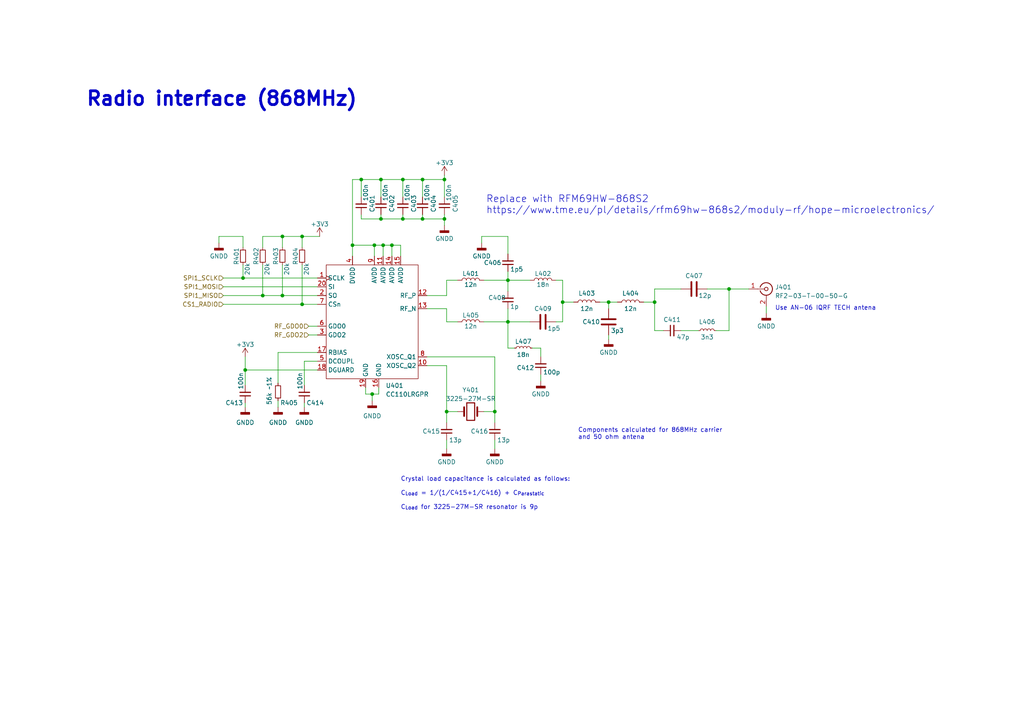
<source format=kicad_sch>
(kicad_sch (version 20230121) (generator eeschema)

  (uuid 641c2aa3-4beb-4b12-b763-5c540c099d65)

  (paper "A4")

  (lib_symbols
    (symbol "Connector:Conn_Coaxial" (pin_names (offset 1.016) hide) (in_bom yes) (on_board yes)
      (property "Reference" "J" (at 0.254 3.048 0)
        (effects (font (size 1.27 1.27)))
      )
      (property "Value" "Conn_Coaxial" (at 2.921 0 90)
        (effects (font (size 1.27 1.27)))
      )
      (property "Footprint" "" (at 0 0 0)
        (effects (font (size 1.27 1.27)) hide)
      )
      (property "Datasheet" " ~" (at 0 0 0)
        (effects (font (size 1.27 1.27)) hide)
      )
      (property "ki_keywords" "BNC SMA SMB SMC LEMO coaxial connector CINCH RCA" (at 0 0 0)
        (effects (font (size 1.27 1.27)) hide)
      )
      (property "ki_description" "coaxial connector (BNC, SMA, SMB, SMC, Cinch/RCA, LEMO, ...)" (at 0 0 0)
        (effects (font (size 1.27 1.27)) hide)
      )
      (property "ki_fp_filters" "*BNC* *SMA* *SMB* *SMC* *Cinch* *LEMO*" (at 0 0 0)
        (effects (font (size 1.27 1.27)) hide)
      )
      (symbol "Conn_Coaxial_0_1"
        (arc (start -1.778 -0.508) (mid 0.222 -1.808) (end 1.778 0)
          (stroke (width 0.254) (type default))
          (fill (type none))
        )
        (polyline
          (pts
            (xy -2.54 0)
            (xy -0.508 0)
          )
          (stroke (width 0) (type default))
          (fill (type none))
        )
        (polyline
          (pts
            (xy 0 -2.54)
            (xy 0 -1.778)
          )
          (stroke (width 0) (type default))
          (fill (type none))
        )
        (circle (center 0 0) (radius 0.508)
          (stroke (width 0.2032) (type default))
          (fill (type none))
        )
        (arc (start 1.778 0) (mid 0.222 1.8083) (end -1.778 0.508)
          (stroke (width 0.254) (type default))
          (fill (type none))
        )
      )
      (symbol "Conn_Coaxial_1_1"
        (pin passive line (at -5.08 0 0) (length 2.54)
          (name "In" (effects (font (size 1.27 1.27))))
          (number "1" (effects (font (size 1.27 1.27))))
        )
        (pin passive line (at 0 -5.08 90) (length 2.54)
          (name "Ext" (effects (font (size 1.27 1.27))))
          (number "2" (effects (font (size 1.27 1.27))))
        )
      )
    )
    (symbol "CustomSymbols:CC110LRGPR" (in_bom yes) (on_board yes)
      (property "Reference" "U" (at 1.27 1.27 0)
        (effects (font (size 1.27 1.27)))
      )
      (property "Value" "CC110LRGPR" (at 1.27 -1.27 0)
        (effects (font (size 1.27 1.27)))
      )
      (property "Footprint" "Package_DFN_QFN:QFN-20-1EP_4x4mm_P0.5mm_EP2.5x2.5mm_ThermalVias" (at 15.24 -36.83 0)
        (effects (font (size 1.27 1.27)) hide)
      )
      (property "Datasheet" "" (at 0 0 0)
        (effects (font (size 1.27 1.27)) hide)
      )
      (symbol "CC110LRGPR_0_1"
        (rectangle (start 2.54 -2.54) (end 29.21 -35.56)
          (stroke (width 0.1524) (type default))
          (fill (type none))
        )
      )
      (symbol "CC110LRGPR_1_1"
        (pin input clock (at 0 -6.35 0) (length 2.54)
          (name "SCLK" (effects (font (size 1.27 1.27))))
          (number "1" (effects (font (size 1.27 1.27))))
        )
        (pin input line (at 31.75 -31.75 180) (length 2.54)
          (name "XOSC_Q2" (effects (font (size 1.27 1.27))))
          (number "10" (effects (font (size 1.27 1.27))))
        )
        (pin power_in line (at 19.05 0 270) (length 2.54)
          (name "AVDD" (effects (font (size 1.27 1.27))))
          (number "11" (effects (font (size 1.27 1.27))))
        )
        (pin input line (at 31.75 -11.43 180) (length 2.54)
          (name "RF_P" (effects (font (size 1.27 1.27))))
          (number "12" (effects (font (size 1.27 1.27))))
        )
        (pin input line (at 31.75 -15.24 180) (length 2.54)
          (name "RF_N" (effects (font (size 1.27 1.27))))
          (number "13" (effects (font (size 1.27 1.27))))
        )
        (pin power_in line (at 21.59 0 270) (length 2.54)
          (name "AVDD" (effects (font (size 1.27 1.27))))
          (number "14" (effects (font (size 1.27 1.27))))
        )
        (pin power_in line (at 24.13 0 270) (length 2.54)
          (name "AVDD" (effects (font (size 1.27 1.27))))
          (number "15" (effects (font (size 1.27 1.27))))
        )
        (pin input line (at 17.78 -38.1 90) (length 2.54)
          (name "GND" (effects (font (size 1.27 1.27))))
          (number "16" (effects (font (size 1.27 1.27))))
        )
        (pin input line (at 0 -27.94 0) (length 2.54)
          (name "RBIAS" (effects (font (size 1.27 1.27))))
          (number "17" (effects (font (size 1.27 1.27))))
        )
        (pin input line (at 0 -33.02 0) (length 2.54)
          (name "DGUARD" (effects (font (size 1.27 1.27))))
          (number "18" (effects (font (size 1.27 1.27))))
        )
        (pin input line (at 13.97 -38.1 90) (length 2.54)
          (name "GND" (effects (font (size 1.27 1.27))))
          (number "19" (effects (font (size 1.27 1.27))))
        )
        (pin output line (at 0 -11.43 0) (length 2.54)
          (name "SO" (effects (font (size 1.27 1.27))))
          (number "2" (effects (font (size 1.27 1.27))))
        )
        (pin input line (at 0 -8.89 0) (length 2.54)
          (name "SI" (effects (font (size 1.27 1.27))))
          (number "20" (effects (font (size 1.27 1.27))))
        )
        (pin input line (at 0 -22.86 0) (length 2.54)
          (name "GDO2" (effects (font (size 1.27 1.27))))
          (number "3" (effects (font (size 1.27 1.27))))
        )
        (pin power_in line (at 10.16 0 270) (length 2.54)
          (name "DVDD" (effects (font (size 1.27 1.27))))
          (number "4" (effects (font (size 1.27 1.27))))
        )
        (pin input line (at 0 -30.48 0) (length 2.54)
          (name "DCOUPL" (effects (font (size 1.27 1.27))))
          (number "5" (effects (font (size 1.27 1.27))))
        )
        (pin input line (at 0 -20.32 0) (length 2.54)
          (name "GDO0" (effects (font (size 1.27 1.27))))
          (number "6" (effects (font (size 1.27 1.27))))
        )
        (pin input line (at 0 -13.97 0) (length 2.54)
          (name "CSn" (effects (font (size 1.27 1.27))))
          (number "7" (effects (font (size 1.27 1.27))))
        )
        (pin input line (at 31.75 -29.21 180) (length 2.54)
          (name "XOSC_Q1" (effects (font (size 1.27 1.27))))
          (number "8" (effects (font (size 1.27 1.27))))
        )
        (pin power_in line (at 16.51 0 270) (length 2.54)
          (name "AVDD" (effects (font (size 1.27 1.27))))
          (number "9" (effects (font (size 1.27 1.27))))
        )
      )
    )
    (symbol "Device:C" (pin_numbers hide) (pin_names (offset 0.254)) (in_bom yes) (on_board yes)
      (property "Reference" "C" (at 0.635 2.54 0)
        (effects (font (size 1.27 1.27)) (justify left))
      )
      (property "Value" "C" (at 0.635 -2.54 0)
        (effects (font (size 1.27 1.27)) (justify left))
      )
      (property "Footprint" "" (at 0.9652 -3.81 0)
        (effects (font (size 1.27 1.27)) hide)
      )
      (property "Datasheet" "~" (at 0 0 0)
        (effects (font (size 1.27 1.27)) hide)
      )
      (property "ki_keywords" "cap capacitor" (at 0 0 0)
        (effects (font (size 1.27 1.27)) hide)
      )
      (property "ki_description" "Unpolarized capacitor" (at 0 0 0)
        (effects (font (size 1.27 1.27)) hide)
      )
      (property "ki_fp_filters" "C_*" (at 0 0 0)
        (effects (font (size 1.27 1.27)) hide)
      )
      (symbol "C_0_1"
        (polyline
          (pts
            (xy -2.032 -0.762)
            (xy 2.032 -0.762)
          )
          (stroke (width 0.508) (type default))
          (fill (type none))
        )
        (polyline
          (pts
            (xy -2.032 0.762)
            (xy 2.032 0.762)
          )
          (stroke (width 0.508) (type default))
          (fill (type none))
        )
      )
      (symbol "C_1_1"
        (pin passive line (at 0 3.81 270) (length 2.794)
          (name "~" (effects (font (size 1.27 1.27))))
          (number "1" (effects (font (size 1.27 1.27))))
        )
        (pin passive line (at 0 -3.81 90) (length 2.794)
          (name "~" (effects (font (size 1.27 1.27))))
          (number "2" (effects (font (size 1.27 1.27))))
        )
      )
    )
    (symbol "Device:C_Small" (pin_numbers hide) (pin_names (offset 0.254) hide) (in_bom yes) (on_board yes)
      (property "Reference" "C" (at 0.254 1.778 0)
        (effects (font (size 1.27 1.27)) (justify left))
      )
      (property "Value" "C_Small" (at 0.254 -2.032 0)
        (effects (font (size 1.27 1.27)) (justify left))
      )
      (property "Footprint" "" (at 0 0 0)
        (effects (font (size 1.27 1.27)) hide)
      )
      (property "Datasheet" "~" (at 0 0 0)
        (effects (font (size 1.27 1.27)) hide)
      )
      (property "ki_keywords" "capacitor cap" (at 0 0 0)
        (effects (font (size 1.27 1.27)) hide)
      )
      (property "ki_description" "Unpolarized capacitor, small symbol" (at 0 0 0)
        (effects (font (size 1.27 1.27)) hide)
      )
      (property "ki_fp_filters" "C_*" (at 0 0 0)
        (effects (font (size 1.27 1.27)) hide)
      )
      (symbol "C_Small_0_1"
        (polyline
          (pts
            (xy -1.524 -0.508)
            (xy 1.524 -0.508)
          )
          (stroke (width 0.3302) (type default))
          (fill (type none))
        )
        (polyline
          (pts
            (xy -1.524 0.508)
            (xy 1.524 0.508)
          )
          (stroke (width 0.3048) (type default))
          (fill (type none))
        )
      )
      (symbol "C_Small_1_1"
        (pin passive line (at 0 2.54 270) (length 2.032)
          (name "~" (effects (font (size 1.27 1.27))))
          (number "1" (effects (font (size 1.27 1.27))))
        )
        (pin passive line (at 0 -2.54 90) (length 2.032)
          (name "~" (effects (font (size 1.27 1.27))))
          (number "2" (effects (font (size 1.27 1.27))))
        )
      )
    )
    (symbol "Device:Crystal" (pin_numbers hide) (pin_names (offset 1.016) hide) (in_bom yes) (on_board yes)
      (property "Reference" "Y" (at 0 3.81 0)
        (effects (font (size 1.27 1.27)))
      )
      (property "Value" "Crystal" (at 0 -3.81 0)
        (effects (font (size 1.27 1.27)))
      )
      (property "Footprint" "" (at 0 0 0)
        (effects (font (size 1.27 1.27)) hide)
      )
      (property "Datasheet" "~" (at 0 0 0)
        (effects (font (size 1.27 1.27)) hide)
      )
      (property "ki_keywords" "quartz ceramic resonator oscillator" (at 0 0 0)
        (effects (font (size 1.27 1.27)) hide)
      )
      (property "ki_description" "Two pin crystal" (at 0 0 0)
        (effects (font (size 1.27 1.27)) hide)
      )
      (property "ki_fp_filters" "Crystal*" (at 0 0 0)
        (effects (font (size 1.27 1.27)) hide)
      )
      (symbol "Crystal_0_1"
        (rectangle (start -1.143 2.54) (end 1.143 -2.54)
          (stroke (width 0.3048) (type default))
          (fill (type none))
        )
        (polyline
          (pts
            (xy -2.54 0)
            (xy -1.905 0)
          )
          (stroke (width 0) (type default))
          (fill (type none))
        )
        (polyline
          (pts
            (xy -1.905 -1.27)
            (xy -1.905 1.27)
          )
          (stroke (width 0.508) (type default))
          (fill (type none))
        )
        (polyline
          (pts
            (xy 1.905 -1.27)
            (xy 1.905 1.27)
          )
          (stroke (width 0.508) (type default))
          (fill (type none))
        )
        (polyline
          (pts
            (xy 2.54 0)
            (xy 1.905 0)
          )
          (stroke (width 0) (type default))
          (fill (type none))
        )
      )
      (symbol "Crystal_1_1"
        (pin passive line (at -3.81 0 0) (length 1.27)
          (name "1" (effects (font (size 1.27 1.27))))
          (number "1" (effects (font (size 1.27 1.27))))
        )
        (pin passive line (at 3.81 0 180) (length 1.27)
          (name "2" (effects (font (size 1.27 1.27))))
          (number "2" (effects (font (size 1.27 1.27))))
        )
      )
    )
    (symbol "Device:L" (pin_numbers hide) (pin_names (offset 1.016) hide) (in_bom yes) (on_board yes)
      (property "Reference" "L" (at -1.27 0 90)
        (effects (font (size 1.27 1.27)))
      )
      (property "Value" "L" (at 1.905 0 90)
        (effects (font (size 1.27 1.27)))
      )
      (property "Footprint" "" (at 0 0 0)
        (effects (font (size 1.27 1.27)) hide)
      )
      (property "Datasheet" "~" (at 0 0 0)
        (effects (font (size 1.27 1.27)) hide)
      )
      (property "ki_keywords" "inductor choke coil reactor magnetic" (at 0 0 0)
        (effects (font (size 1.27 1.27)) hide)
      )
      (property "ki_description" "Inductor" (at 0 0 0)
        (effects (font (size 1.27 1.27)) hide)
      )
      (property "ki_fp_filters" "Choke_* *Coil* Inductor_* L_*" (at 0 0 0)
        (effects (font (size 1.27 1.27)) hide)
      )
      (symbol "L_0_1"
        (arc (start 0 -2.54) (mid 0.6323 -1.905) (end 0 -1.27)
          (stroke (width 0) (type default))
          (fill (type none))
        )
        (arc (start 0 -1.27) (mid 0.6323 -0.635) (end 0 0)
          (stroke (width 0) (type default))
          (fill (type none))
        )
        (arc (start 0 0) (mid 0.6323 0.635) (end 0 1.27)
          (stroke (width 0) (type default))
          (fill (type none))
        )
        (arc (start 0 1.27) (mid 0.6323 1.905) (end 0 2.54)
          (stroke (width 0) (type default))
          (fill (type none))
        )
      )
      (symbol "L_1_1"
        (pin passive line (at 0 3.81 270) (length 1.27)
          (name "1" (effects (font (size 1.27 1.27))))
          (number "1" (effects (font (size 1.27 1.27))))
        )
        (pin passive line (at 0 -3.81 90) (length 1.27)
          (name "2" (effects (font (size 1.27 1.27))))
          (number "2" (effects (font (size 1.27 1.27))))
        )
      )
    )
    (symbol "Device:L_Small" (pin_numbers hide) (pin_names (offset 0.254) hide) (in_bom yes) (on_board yes)
      (property "Reference" "L" (at 0.762 1.016 0)
        (effects (font (size 1.27 1.27)) (justify left))
      )
      (property "Value" "L_Small" (at 0.762 -1.016 0)
        (effects (font (size 1.27 1.27)) (justify left))
      )
      (property "Footprint" "" (at 0 0 0)
        (effects (font (size 1.27 1.27)) hide)
      )
      (property "Datasheet" "~" (at 0 0 0)
        (effects (font (size 1.27 1.27)) hide)
      )
      (property "ki_keywords" "inductor choke coil reactor magnetic" (at 0 0 0)
        (effects (font (size 1.27 1.27)) hide)
      )
      (property "ki_description" "Inductor, small symbol" (at 0 0 0)
        (effects (font (size 1.27 1.27)) hide)
      )
      (property "ki_fp_filters" "Choke_* *Coil* Inductor_* L_*" (at 0 0 0)
        (effects (font (size 1.27 1.27)) hide)
      )
      (symbol "L_Small_0_1"
        (arc (start 0 -2.032) (mid 0.5058 -1.524) (end 0 -1.016)
          (stroke (width 0) (type default))
          (fill (type none))
        )
        (arc (start 0 -1.016) (mid 0.5058 -0.508) (end 0 0)
          (stroke (width 0) (type default))
          (fill (type none))
        )
        (arc (start 0 0) (mid 0.5058 0.508) (end 0 1.016)
          (stroke (width 0) (type default))
          (fill (type none))
        )
        (arc (start 0 1.016) (mid 0.5058 1.524) (end 0 2.032)
          (stroke (width 0) (type default))
          (fill (type none))
        )
      )
      (symbol "L_Small_1_1"
        (pin passive line (at 0 2.54 270) (length 0.508)
          (name "~" (effects (font (size 1.27 1.27))))
          (number "1" (effects (font (size 1.27 1.27))))
        )
        (pin passive line (at 0 -2.54 90) (length 0.508)
          (name "~" (effects (font (size 1.27 1.27))))
          (number "2" (effects (font (size 1.27 1.27))))
        )
      )
    )
    (symbol "Device:R_Small" (pin_numbers hide) (pin_names (offset 0.254) hide) (in_bom yes) (on_board yes)
      (property "Reference" "R" (at 0.762 0.508 0)
        (effects (font (size 1.27 1.27)) (justify left))
      )
      (property "Value" "R_Small" (at 0.762 -1.016 0)
        (effects (font (size 1.27 1.27)) (justify left))
      )
      (property "Footprint" "" (at 0 0 0)
        (effects (font (size 1.27 1.27)) hide)
      )
      (property "Datasheet" "~" (at 0 0 0)
        (effects (font (size 1.27 1.27)) hide)
      )
      (property "ki_keywords" "R resistor" (at 0 0 0)
        (effects (font (size 1.27 1.27)) hide)
      )
      (property "ki_description" "Resistor, small symbol" (at 0 0 0)
        (effects (font (size 1.27 1.27)) hide)
      )
      (property "ki_fp_filters" "R_*" (at 0 0 0)
        (effects (font (size 1.27 1.27)) hide)
      )
      (symbol "R_Small_0_1"
        (rectangle (start -0.762 1.778) (end 0.762 -1.778)
          (stroke (width 0.2032) (type default))
          (fill (type none))
        )
      )
      (symbol "R_Small_1_1"
        (pin passive line (at 0 2.54 270) (length 0.762)
          (name "~" (effects (font (size 1.27 1.27))))
          (number "1" (effects (font (size 1.27 1.27))))
        )
        (pin passive line (at 0 -2.54 90) (length 0.762)
          (name "~" (effects (font (size 1.27 1.27))))
          (number "2" (effects (font (size 1.27 1.27))))
        )
      )
    )
    (symbol "power:+3V3" (power) (pin_names (offset 0)) (in_bom yes) (on_board yes)
      (property "Reference" "#PWR" (at 0 -3.81 0)
        (effects (font (size 1.27 1.27)) hide)
      )
      (property "Value" "+3V3" (at 0 3.556 0)
        (effects (font (size 1.27 1.27)))
      )
      (property "Footprint" "" (at 0 0 0)
        (effects (font (size 1.27 1.27)) hide)
      )
      (property "Datasheet" "" (at 0 0 0)
        (effects (font (size 1.27 1.27)) hide)
      )
      (property "ki_keywords" "power-flag" (at 0 0 0)
        (effects (font (size 1.27 1.27)) hide)
      )
      (property "ki_description" "Power symbol creates a global label with name \"+3V3\"" (at 0 0 0)
        (effects (font (size 1.27 1.27)) hide)
      )
      (symbol "+3V3_0_1"
        (polyline
          (pts
            (xy -0.762 1.27)
            (xy 0 2.54)
          )
          (stroke (width 0) (type default))
          (fill (type none))
        )
        (polyline
          (pts
            (xy 0 0)
            (xy 0 2.54)
          )
          (stroke (width 0) (type default))
          (fill (type none))
        )
        (polyline
          (pts
            (xy 0 2.54)
            (xy 0.762 1.27)
          )
          (stroke (width 0) (type default))
          (fill (type none))
        )
      )
      (symbol "+3V3_1_1"
        (pin power_in line (at 0 0 90) (length 0) hide
          (name "+3V3" (effects (font (size 1.27 1.27))))
          (number "1" (effects (font (size 1.27 1.27))))
        )
      )
    )
    (symbol "power:GNDD" (power) (pin_names (offset 0)) (in_bom yes) (on_board yes)
      (property "Reference" "#PWR" (at 0 -6.35 0)
        (effects (font (size 1.27 1.27)) hide)
      )
      (property "Value" "GNDD" (at 0 -3.175 0)
        (effects (font (size 1.27 1.27)))
      )
      (property "Footprint" "" (at 0 0 0)
        (effects (font (size 1.27 1.27)) hide)
      )
      (property "Datasheet" "" (at 0 0 0)
        (effects (font (size 1.27 1.27)) hide)
      )
      (property "ki_keywords" "global power" (at 0 0 0)
        (effects (font (size 1.27 1.27)) hide)
      )
      (property "ki_description" "Power symbol creates a global label with name \"GNDD\" , digital ground" (at 0 0 0)
        (effects (font (size 1.27 1.27)) hide)
      )
      (symbol "GNDD_0_1"
        (rectangle (start -1.27 -1.524) (end 1.27 -2.032)
          (stroke (width 0.254) (type default))
          (fill (type outline))
        )
        (polyline
          (pts
            (xy 0 0)
            (xy 0 -1.524)
          )
          (stroke (width 0) (type default))
          (fill (type none))
        )
      )
      (symbol "GNDD_1_1"
        (pin power_in line (at 0 0 270) (length 0) hide
          (name "GNDD" (effects (font (size 1.27 1.27))))
          (number "1" (effects (font (size 1.27 1.27))))
        )
      )
    )
  )

  (junction (at 128.905 63.5) (diameter 0) (color 0 0 0 0)
    (uuid 00df33ac-60b1-443e-ad2a-2f34bb0150ce)
  )
  (junction (at 108.585 71.12) (diameter 0) (color 0 0 0 0)
    (uuid 0612cc6e-99d9-4512-9703-0d2c50c56d55)
  )
  (junction (at 81.915 85.725) (diameter 0) (color 0 0 0 0)
    (uuid 18bf1874-d363-4979-a83a-b59e7ca4fa7e)
  )
  (junction (at 81.915 68.58) (diameter 0) (color 0 0 0 0)
    (uuid 197a3cd9-1e2b-4818-9abf-58190673402f)
  )
  (junction (at 87.63 68.58) (diameter 0) (color 0 0 0 0)
    (uuid 21162b3c-a6ed-4ceb-a158-772421ee349e)
  )
  (junction (at 122.555 63.5) (diameter 0) (color 0 0 0 0)
    (uuid 2380dc81-fef1-404f-ba5c-c8c915d35e21)
  )
  (junction (at 102.235 71.12) (diameter 0) (color 0 0 0 0)
    (uuid 2bae434d-b51d-46f5-bf96-708393e42836)
  )
  (junction (at 116.84 52.07) (diameter 0) (color 0 0 0 0)
    (uuid 2ec79a09-dbd5-43f2-a5b6-368e551f9248)
  )
  (junction (at 71.12 107.315) (diameter 0) (color 0 0 0 0)
    (uuid 418187be-555c-42d1-8459-5b4bb8307d97)
  )
  (junction (at 211.455 83.82) (diameter 0) (color 0 0 0 0)
    (uuid 42a91717-a2fd-4148-b1a2-0521559d8a1e)
  )
  (junction (at 104.775 52.07) (diameter 0) (color 0 0 0 0)
    (uuid 538a7c3b-2358-4bc8-af11-138dca1ec264)
  )
  (junction (at 110.49 63.5) (diameter 0) (color 0 0 0 0)
    (uuid 565b7357-d08b-4464-81e0-0f8fa341b11a)
  )
  (junction (at 189.865 87.63) (diameter 0) (color 0 0 0 0)
    (uuid 5bb2ef1a-e289-419b-8e8f-eca320bd9063)
  )
  (junction (at 113.665 71.12) (diameter 0) (color 0 0 0 0)
    (uuid 63fe8284-71f2-4a06-be8a-376cfe218034)
  )
  (junction (at 129.54 119.38) (diameter 0) (color 0 0 0 0)
    (uuid 70a48314-0952-4f88-8025-6d3e14bd38bd)
  )
  (junction (at 70.485 80.645) (diameter 0) (color 0 0 0 0)
    (uuid 710db246-5eef-4411-bf03-a1fc6fc4f41b)
  )
  (junction (at 110.49 52.07) (diameter 0) (color 0 0 0 0)
    (uuid 8bc2adc5-4381-4d87-aec3-2c12831416d8)
  )
  (junction (at 143.51 119.38) (diameter 0) (color 0 0 0 0)
    (uuid 8c34acfa-df07-4a37-9bb5-c56e6764678b)
  )
  (junction (at 122.555 52.07) (diameter 0) (color 0 0 0 0)
    (uuid 92c47674-98d6-4c08-a069-7f5a33b3893e)
  )
  (junction (at 111.125 71.12) (diameter 0) (color 0 0 0 0)
    (uuid 93ee2289-28bb-42cd-9bf3-2dc40e066304)
  )
  (junction (at 87.63 88.265) (diameter 0) (color 0 0 0 0)
    (uuid 9a74509e-96dd-4f1d-b3ac-0bb9e5cd23f3)
  )
  (junction (at 147.32 93.345) (diameter 0) (color 0 0 0 0)
    (uuid 9fc48ff5-4d28-404d-9df0-81167bc7edf9)
  )
  (junction (at 176.53 87.63) (diameter 0) (color 0 0 0 0)
    (uuid a8006ce2-469a-42bc-9e81-4d975cf5172b)
  )
  (junction (at 107.95 114.3) (diameter 0) (color 0 0 0 0)
    (uuid b0bd9fcd-1de2-4912-ae6b-fb3e6b300570)
  )
  (junction (at 116.84 63.5) (diameter 0) (color 0 0 0 0)
    (uuid c9dfedb9-d736-4724-9b49-5b9c5b2ea0f6)
  )
  (junction (at 76.2 85.725) (diameter 0) (color 0 0 0 0)
    (uuid e72038b9-38e6-4bef-b3fd-62d037a0bc0d)
  )
  (junction (at 128.905 52.07) (diameter 0) (color 0 0 0 0)
    (uuid eccfbe69-4b71-4103-bc26-60220981ad63)
  )
  (junction (at 147.32 81.28) (diameter 0) (color 0 0 0 0)
    (uuid ecfde790-db1a-456c-af3c-2a3bdbc4de81)
  )
  (junction (at 163.195 87.63) (diameter 0) (color 0 0 0 0)
    (uuid fdfdcbb3-2a14-41e7-ba7b-0a8b7b03a238)
  )

  (wire (pts (xy 109.855 112.395) (xy 109.855 114.3))
    (stroke (width 0) (type default))
    (uuid 013a26da-473b-4021-aa7d-2a4414f4b08d)
  )
  (wire (pts (xy 189.865 95.885) (xy 189.865 87.63))
    (stroke (width 0) (type default))
    (uuid 05df183e-1b6a-416b-a8d9-764a231072eb)
  )
  (wire (pts (xy 64.77 85.725) (xy 76.2 85.725))
    (stroke (width 0) (type default))
    (uuid 08a02abf-06df-42af-aa34-ba13d2dea005)
  )
  (wire (pts (xy 116.205 71.12) (xy 113.665 71.12))
    (stroke (width 0) (type default))
    (uuid 0cdca807-2484-4e76-b559-ff5d9fe9b70a)
  )
  (wire (pts (xy 122.555 52.07) (xy 122.555 57.15))
    (stroke (width 0) (type default))
    (uuid 0f213b54-32a8-474a-8fbb-3d3062e733ab)
  )
  (wire (pts (xy 81.915 76.835) (xy 81.915 85.725))
    (stroke (width 0) (type default))
    (uuid 10cc2bc2-31af-4477-853f-33c1e3df12b0)
  )
  (wire (pts (xy 71.12 111.76) (xy 71.12 107.315))
    (stroke (width 0) (type default))
    (uuid 14072e5e-9e20-4db6-9e3a-504ce28a7f75)
  )
  (wire (pts (xy 211.455 95.885) (xy 211.455 83.82))
    (stroke (width 0) (type default))
    (uuid 14bb3fc6-d58d-4a05-ba40-174f5d654ab2)
  )
  (wire (pts (xy 63.5 68.58) (xy 70.485 68.58))
    (stroke (width 0) (type default))
    (uuid 1594b819-5e96-47bd-8713-a3d69004f071)
  )
  (wire (pts (xy 207.645 95.885) (xy 211.455 95.885))
    (stroke (width 0) (type default))
    (uuid 17f6db2f-aba0-4e2d-93ed-28acc1db6e10)
  )
  (wire (pts (xy 128.905 52.07) (xy 128.905 57.15))
    (stroke (width 0) (type default))
    (uuid 1843453c-5a48-44d4-ae8a-fcef61aa52a6)
  )
  (wire (pts (xy 111.125 71.12) (xy 111.125 74.295))
    (stroke (width 0) (type default))
    (uuid 1aa40332-e590-4d29-be50-ff956693d25d)
  )
  (wire (pts (xy 87.63 88.265) (xy 92.075 88.265))
    (stroke (width 0) (type default))
    (uuid 1af0d27a-e3ee-4979-b82e-55789a611eb4)
  )
  (wire (pts (xy 147.32 100.965) (xy 147.32 93.345))
    (stroke (width 0) (type default))
    (uuid 1b5b1f79-6428-41f8-beaf-15922744b3d3)
  )
  (wire (pts (xy 176.53 87.63) (xy 176.53 89.535))
    (stroke (width 0) (type default))
    (uuid 1eb8bdbf-52de-4cd2-89a7-28148837a0aa)
  )
  (wire (pts (xy 123.825 106.045) (xy 129.54 106.045))
    (stroke (width 0) (type default))
    (uuid 1fb59925-6d4b-4923-88af-e87d302115f6)
  )
  (wire (pts (xy 81.915 85.725) (xy 92.075 85.725))
    (stroke (width 0) (type default))
    (uuid 223e37bd-425d-49ee-90e7-c3274029bd4e)
  )
  (wire (pts (xy 147.32 93.345) (xy 147.32 89.535))
    (stroke (width 0) (type default))
    (uuid 22b583bc-fd15-4fa2-afcf-3fcdb390c764)
  )
  (wire (pts (xy 143.51 127.635) (xy 143.51 130.175))
    (stroke (width 0) (type default))
    (uuid 22e2afbb-c2af-4f50-b6d8-2195dbd79783)
  )
  (wire (pts (xy 116.84 62.23) (xy 116.84 63.5))
    (stroke (width 0) (type default))
    (uuid 2870f982-8b15-4ad3-99a9-3fe6e6adc59a)
  )
  (wire (pts (xy 186.69 87.63) (xy 189.865 87.63))
    (stroke (width 0) (type default))
    (uuid 2a49744b-752e-40a0-9731-b9a271e7843b)
  )
  (wire (pts (xy 197.485 95.885) (xy 202.565 95.885))
    (stroke (width 0) (type default))
    (uuid 2b07605b-e731-42fc-b9eb-f483a631b390)
  )
  (wire (pts (xy 92.71 68.58) (xy 87.63 68.58))
    (stroke (width 0) (type default))
    (uuid 2b4f9b27-60fd-4329-8042-1b19347d7375)
  )
  (wire (pts (xy 123.825 89.535) (xy 129.54 89.535))
    (stroke (width 0) (type default))
    (uuid 39157732-75f2-4f0d-aefb-46a7cf373186)
  )
  (wire (pts (xy 129.54 127.635) (xy 129.54 130.175))
    (stroke (width 0) (type default))
    (uuid 3cae735c-a6dd-4bc0-8ac9-4b6d60c832dd)
  )
  (wire (pts (xy 89.535 94.615) (xy 92.075 94.615))
    (stroke (width 0) (type default))
    (uuid 3ceaf69c-2800-4ba2-9f62-d62a39bf3628)
  )
  (wire (pts (xy 110.49 62.23) (xy 110.49 63.5))
    (stroke (width 0) (type default))
    (uuid 3d15e2f7-0922-4f5a-a8ce-3bf1cd7ce5b7)
  )
  (wire (pts (xy 192.405 95.885) (xy 189.865 95.885))
    (stroke (width 0) (type default))
    (uuid 3e7c67c8-bcef-4813-be1c-15b7aab051b3)
  )
  (wire (pts (xy 88.265 111.76) (xy 88.265 104.775))
    (stroke (width 0) (type default))
    (uuid 3f62553d-9ad0-4a9e-8074-7c21c22e64f6)
  )
  (wire (pts (xy 163.195 93.345) (xy 163.195 87.63))
    (stroke (width 0) (type default))
    (uuid 3fc93945-f435-444d-99a8-54e6f16955bd)
  )
  (wire (pts (xy 104.775 63.5) (xy 110.49 63.5))
    (stroke (width 0) (type default))
    (uuid 424a3a3d-b5f3-4ffb-b369-c2a7f53083c2)
  )
  (wire (pts (xy 116.84 52.07) (xy 116.84 57.15))
    (stroke (width 0) (type default))
    (uuid 433c0b41-9f0b-4c44-887e-1e37dab1de8e)
  )
  (wire (pts (xy 189.865 83.82) (xy 197.485 83.82))
    (stroke (width 0) (type default))
    (uuid 44142264-6dbd-4746-a101-fc8e884f3258)
  )
  (wire (pts (xy 176.53 87.63) (xy 179.07 87.63))
    (stroke (width 0) (type default))
    (uuid 4cc49b63-28ce-473c-a298-7d29e7dd873f)
  )
  (wire (pts (xy 176.53 97.155) (xy 176.53 98.425))
    (stroke (width 0) (type default))
    (uuid 4d7f9431-0068-44c5-a090-5864388b4bfa)
  )
  (wire (pts (xy 104.775 57.15) (xy 104.775 52.07))
    (stroke (width 0) (type default))
    (uuid 4ea3d13f-3cb6-4125-970d-a12de9e75897)
  )
  (wire (pts (xy 161.29 93.345) (xy 163.195 93.345))
    (stroke (width 0) (type default))
    (uuid 4f3846fa-154b-4eab-98f9-94a037843fe4)
  )
  (wire (pts (xy 102.235 71.12) (xy 102.235 74.295))
    (stroke (width 0) (type default))
    (uuid 4f86c54f-089b-4282-a70a-793cb6c39aca)
  )
  (wire (pts (xy 129.54 89.535) (xy 129.54 93.345))
    (stroke (width 0) (type default))
    (uuid 507d12c5-2113-4714-9152-25cb140d782a)
  )
  (wire (pts (xy 108.585 71.12) (xy 108.585 74.295))
    (stroke (width 0) (type default))
    (uuid 50e88605-28eb-458d-a58e-5c6635382d70)
  )
  (wire (pts (xy 129.54 119.38) (xy 129.54 122.555))
    (stroke (width 0) (type default))
    (uuid 50fd60ec-dcd3-4632-b73f-fb258aee7d45)
  )
  (wire (pts (xy 64.77 80.645) (xy 70.485 80.645))
    (stroke (width 0) (type default))
    (uuid 52c3bbe1-d947-4c7f-b960-fa70e6898bc1)
  )
  (wire (pts (xy 132.715 119.38) (xy 129.54 119.38))
    (stroke (width 0) (type default))
    (uuid 54e6e3c8-3c2f-4c72-ad6f-a469978d5ddf)
  )
  (wire (pts (xy 113.665 71.12) (xy 113.665 74.295))
    (stroke (width 0) (type default))
    (uuid 573c6e5b-368d-4366-841e-5a20be036125)
  )
  (wire (pts (xy 108.585 71.12) (xy 102.235 71.12))
    (stroke (width 0) (type default))
    (uuid 5821d5f4-43d3-4d90-bede-13b64aafc7cc)
  )
  (wire (pts (xy 122.555 52.07) (xy 116.84 52.07))
    (stroke (width 0) (type default))
    (uuid 5ba268f2-32e4-40a1-aea3-cf0d95ec6caf)
  )
  (wire (pts (xy 111.125 71.12) (xy 108.585 71.12))
    (stroke (width 0) (type default))
    (uuid 5bb35d1c-1c84-4383-816c-f1c6ceb63d64)
  )
  (wire (pts (xy 147.32 81.28) (xy 153.67 81.28))
    (stroke (width 0) (type default))
    (uuid 5bb4d4e5-1b49-4556-b95b-ac5425a173fd)
  )
  (wire (pts (xy 143.51 103.505) (xy 143.51 119.38))
    (stroke (width 0) (type default))
    (uuid 5e821101-5252-407d-bd33-482e8c18f225)
  )
  (wire (pts (xy 71.12 116.84) (xy 71.12 118.11))
    (stroke (width 0) (type default))
    (uuid 5ec22e62-3cef-4227-91f7-0c3bb1e369e0)
  )
  (wire (pts (xy 147.32 68.58) (xy 147.32 73.66))
    (stroke (width 0) (type default))
    (uuid 5f37d88e-8473-4ce6-95c5-399237303c4e)
  )
  (wire (pts (xy 156.845 108.585) (xy 156.845 110.49))
    (stroke (width 0) (type default))
    (uuid 5fb4d5c6-6f43-4b8f-a87f-f6410ca3ac9d)
  )
  (wire (pts (xy 123.825 103.505) (xy 143.51 103.505))
    (stroke (width 0) (type default))
    (uuid 6010c853-37ba-4088-b3ea-7e05bfbaac56)
  )
  (wire (pts (xy 156.845 100.965) (xy 154.305 100.965))
    (stroke (width 0) (type default))
    (uuid 60e1a9d6-4571-46de-8baf-353e7a9be957)
  )
  (wire (pts (xy 129.54 85.725) (xy 129.54 81.28))
    (stroke (width 0) (type default))
    (uuid 61a5b358-b4fb-4843-be12-9eeb72d3a91c)
  )
  (wire (pts (xy 106.045 114.3) (xy 107.95 114.3))
    (stroke (width 0) (type default))
    (uuid 6540eef3-0280-4a77-9751-fbba54f03214)
  )
  (wire (pts (xy 80.645 102.235) (xy 92.075 102.235))
    (stroke (width 0) (type default))
    (uuid 679821ab-a612-4561-bc70-05407cb26e40)
  )
  (wire (pts (xy 76.2 76.835) (xy 76.2 85.725))
    (stroke (width 0) (type default))
    (uuid 69ace02a-57da-4703-83ed-dfbd71d53ff4)
  )
  (wire (pts (xy 71.12 103.505) (xy 71.12 107.315))
    (stroke (width 0) (type default))
    (uuid 6eb7df4c-6af1-47b0-9703-915b8d0ff164)
  )
  (wire (pts (xy 81.915 68.58) (xy 81.915 71.755))
    (stroke (width 0) (type default))
    (uuid 6fefec31-c835-4abe-b7fb-cb50327ee89d)
  )
  (wire (pts (xy 143.51 119.38) (xy 143.51 122.555))
    (stroke (width 0) (type default))
    (uuid 70f28b4b-8bdd-41c1-9fc6-de7c7fa9e4c5)
  )
  (wire (pts (xy 129.54 93.345) (xy 132.715 93.345))
    (stroke (width 0) (type default))
    (uuid 74ef7169-1af9-4251-af41-ba39a90f96c2)
  )
  (wire (pts (xy 89.535 97.155) (xy 92.075 97.155))
    (stroke (width 0) (type default))
    (uuid 79aa7d06-abcf-43ce-94b0-c40ac5780b98)
  )
  (wire (pts (xy 87.63 68.58) (xy 87.63 71.755))
    (stroke (width 0) (type default))
    (uuid 79acc13b-2d18-4f35-9929-467836d615ca)
  )
  (wire (pts (xy 211.455 83.82) (xy 217.17 83.82))
    (stroke (width 0) (type default))
    (uuid 79b16534-a48e-49a2-b8a2-37ae1e91af02)
  )
  (wire (pts (xy 81.915 68.58) (xy 76.2 68.58))
    (stroke (width 0) (type default))
    (uuid 7b488263-3ba2-43ed-8fc3-39f01007b09d)
  )
  (wire (pts (xy 76.2 85.725) (xy 81.915 85.725))
    (stroke (width 0) (type default))
    (uuid 7cacca03-84f6-4513-a398-3b31cc10378e)
  )
  (wire (pts (xy 189.865 87.63) (xy 189.865 83.82))
    (stroke (width 0) (type default))
    (uuid 80c675f9-8737-45c7-9099-0a2bd51906bb)
  )
  (wire (pts (xy 128.905 52.07) (xy 122.555 52.07))
    (stroke (width 0) (type default))
    (uuid 81e0fac7-12d4-426a-88a5-f164df47d50c)
  )
  (wire (pts (xy 128.905 63.5) (xy 122.555 63.5))
    (stroke (width 0) (type default))
    (uuid 81fb1a28-16a6-4ed0-b2ff-8bb462b16ad4)
  )
  (wire (pts (xy 122.555 62.23) (xy 122.555 63.5))
    (stroke (width 0) (type default))
    (uuid 83ec0e1c-bd88-40d7-9b3e-1d141e583611)
  )
  (wire (pts (xy 163.195 81.28) (xy 163.195 87.63))
    (stroke (width 0) (type default))
    (uuid 85d4abb4-ee6e-424a-8673-bfa73962db74)
  )
  (wire (pts (xy 129.54 106.045) (xy 129.54 119.38))
    (stroke (width 0) (type default))
    (uuid 8b63bf29-33eb-4409-ad75-fb6b381d4923)
  )
  (wire (pts (xy 87.63 76.835) (xy 87.63 88.265))
    (stroke (width 0) (type default))
    (uuid 8d4c9e0c-e04d-4a5d-86f7-a164268c2261)
  )
  (wire (pts (xy 222.25 88.9) (xy 222.25 90.805))
    (stroke (width 0) (type default))
    (uuid 8d69bf39-4b78-4a18-892b-afcba647d0db)
  )
  (wire (pts (xy 104.775 62.23) (xy 104.775 63.5))
    (stroke (width 0) (type default))
    (uuid 928e2220-5b32-492e-86e4-bab0767cd79f)
  )
  (wire (pts (xy 156.845 103.505) (xy 156.845 100.965))
    (stroke (width 0) (type default))
    (uuid 988698b6-15b1-48cc-b667-3d5ebe92a4eb)
  )
  (wire (pts (xy 109.855 114.3) (xy 107.95 114.3))
    (stroke (width 0) (type default))
    (uuid 98ca8adc-785d-4c4b-b9b9-3d1eb42f19aa)
  )
  (wire (pts (xy 128.905 63.5) (xy 128.905 65.405))
    (stroke (width 0) (type default))
    (uuid 9a73c662-1db2-46d3-9435-3a0df03d8b48)
  )
  (wire (pts (xy 110.49 52.07) (xy 110.49 57.15))
    (stroke (width 0) (type default))
    (uuid a22c5202-9fe3-4445-a666-2e1b4d27ac62)
  )
  (wire (pts (xy 173.99 87.63) (xy 176.53 87.63))
    (stroke (width 0) (type default))
    (uuid a3b78792-0412-4013-8a0a-35b47a13d363)
  )
  (wire (pts (xy 102.235 52.07) (xy 102.235 71.12))
    (stroke (width 0) (type default))
    (uuid a483ac3c-7b20-4b9d-8af4-be7d1bbc93e9)
  )
  (wire (pts (xy 70.485 68.58) (xy 70.485 71.755))
    (stroke (width 0) (type default))
    (uuid a4c0aad1-af81-4511-9fbb-05ce7d51be48)
  )
  (wire (pts (xy 161.29 81.28) (xy 163.195 81.28))
    (stroke (width 0) (type default))
    (uuid a79dd4e6-ab8e-4dbb-9795-ed47e1251f82)
  )
  (wire (pts (xy 139.7 70.485) (xy 139.7 68.58))
    (stroke (width 0) (type default))
    (uuid acab86b3-59e8-43b4-9f15-1ce5ca8cd617)
  )
  (wire (pts (xy 107.95 114.3) (xy 107.95 116.205))
    (stroke (width 0) (type default))
    (uuid b092fa76-0ff8-4e0d-a681-28a322364bf1)
  )
  (wire (pts (xy 128.905 50.8) (xy 128.905 52.07))
    (stroke (width 0) (type default))
    (uuid b0bb3e06-f502-4b16-a16a-725b2b6c8cde)
  )
  (wire (pts (xy 129.54 81.28) (xy 132.715 81.28))
    (stroke (width 0) (type default))
    (uuid b4caab98-58cc-4afc-a1d1-c831ef7bc26b)
  )
  (wire (pts (xy 128.905 62.23) (xy 128.905 63.5))
    (stroke (width 0) (type default))
    (uuid baf6120a-8b36-4e1e-a05a-7bd2821e5c53)
  )
  (wire (pts (xy 70.485 76.835) (xy 70.485 80.645))
    (stroke (width 0) (type default))
    (uuid bb2b4636-adb7-4f9b-836e-1133abf0b915)
  )
  (wire (pts (xy 116.205 74.295) (xy 116.205 71.12))
    (stroke (width 0) (type default))
    (uuid bd77e3ab-f755-4066-b58e-7ea0a86abe0d)
  )
  (wire (pts (xy 80.645 118.11) (xy 80.645 116.205))
    (stroke (width 0) (type default))
    (uuid c41ba105-5884-42c0-a0eb-fb6253c91ce1)
  )
  (wire (pts (xy 64.77 83.185) (xy 92.075 83.185))
    (stroke (width 0) (type default))
    (uuid c7468481-7a51-45fb-9470-a181e730bfe1)
  )
  (wire (pts (xy 149.225 100.965) (xy 147.32 100.965))
    (stroke (width 0) (type default))
    (uuid c89a3137-ffe7-4ee1-85ef-b9ac5f6760a6)
  )
  (wire (pts (xy 123.825 85.725) (xy 129.54 85.725))
    (stroke (width 0) (type default))
    (uuid c8f26a9b-f5ed-48cd-8e7e-a88908055895)
  )
  (wire (pts (xy 116.84 63.5) (xy 122.555 63.5))
    (stroke (width 0) (type default))
    (uuid cbd958c4-f667-4843-b669-aedc25520100)
  )
  (wire (pts (xy 139.7 68.58) (xy 147.32 68.58))
    (stroke (width 0) (type default))
    (uuid ccfb1c79-060b-48dc-8a0a-6c1cee41eeca)
  )
  (wire (pts (xy 87.63 68.58) (xy 81.915 68.58))
    (stroke (width 0) (type default))
    (uuid cfdedfbf-d0f9-4768-b383-2c094d72192f)
  )
  (wire (pts (xy 92.075 107.315) (xy 71.12 107.315))
    (stroke (width 0) (type default))
    (uuid d09908c8-c4cd-450a-8f51-2a48295ed5c2)
  )
  (wire (pts (xy 147.32 81.28) (xy 147.32 84.455))
    (stroke (width 0) (type default))
    (uuid d541220a-a885-4e85-adb2-2257af28ac4b)
  )
  (wire (pts (xy 70.485 80.645) (xy 92.075 80.645))
    (stroke (width 0) (type default))
    (uuid d5ad4644-0512-49fd-b1da-f52b5026594f)
  )
  (wire (pts (xy 140.335 93.345) (xy 147.32 93.345))
    (stroke (width 0) (type default))
    (uuid da3a5366-0a86-4e26-9eaf-03f770c94d92)
  )
  (wire (pts (xy 163.195 87.63) (xy 166.37 87.63))
    (stroke (width 0) (type default))
    (uuid dd15ca5d-23e7-47ec-9589-294bfcf3fabb)
  )
  (wire (pts (xy 140.335 119.38) (xy 143.51 119.38))
    (stroke (width 0) (type default))
    (uuid ddb3686e-3332-4145-92e5-fb44a0bc7443)
  )
  (wire (pts (xy 102.235 52.07) (xy 104.775 52.07))
    (stroke (width 0) (type default))
    (uuid dfa0e636-84e8-45b2-af70-e06b4d90ce31)
  )
  (wire (pts (xy 88.265 104.775) (xy 92.075 104.775))
    (stroke (width 0) (type default))
    (uuid e176d759-6b11-4b5d-b7e9-97518943c12f)
  )
  (wire (pts (xy 88.265 116.84) (xy 88.265 118.11))
    (stroke (width 0) (type default))
    (uuid e2675afd-c5b1-4099-b141-b25989e41726)
  )
  (wire (pts (xy 211.455 83.82) (xy 205.105 83.82))
    (stroke (width 0) (type default))
    (uuid e71b4b81-e340-46a6-b806-257bc7f4520f)
  )
  (wire (pts (xy 76.2 68.58) (xy 76.2 71.755))
    (stroke (width 0) (type default))
    (uuid e9db3ef4-3098-44d5-a5c3-34fafcbf9ffd)
  )
  (wire (pts (xy 110.49 63.5) (xy 116.84 63.5))
    (stroke (width 0) (type default))
    (uuid eb8cfdc6-8cd3-4084-b167-87f1d8ca5411)
  )
  (wire (pts (xy 140.335 81.28) (xy 147.32 81.28))
    (stroke (width 0) (type default))
    (uuid ec916647-2a88-4d14-8ec0-d5fe95aab5a7)
  )
  (wire (pts (xy 106.045 112.395) (xy 106.045 114.3))
    (stroke (width 0) (type default))
    (uuid ef855bad-4d62-47f9-ae03-8b8b9c2365fe)
  )
  (wire (pts (xy 63.5 70.485) (xy 63.5 68.58))
    (stroke (width 0) (type default))
    (uuid f0061dc6-6969-4614-ac32-3ad24162f982)
  )
  (wire (pts (xy 80.645 111.125) (xy 80.645 102.235))
    (stroke (width 0) (type default))
    (uuid f2b141da-2b1b-43f6-897d-ada4d5bba9f6)
  )
  (wire (pts (xy 147.32 78.74) (xy 147.32 81.28))
    (stroke (width 0) (type default))
    (uuid f57770f2-1318-4394-92ba-772193336ed7)
  )
  (wire (pts (xy 64.77 88.265) (xy 87.63 88.265))
    (stroke (width 0) (type default))
    (uuid f6b35238-0ba2-42ab-80b0-a45e862bda90)
  )
  (wire (pts (xy 110.49 52.07) (xy 104.775 52.07))
    (stroke (width 0) (type default))
    (uuid f83d9c00-7f65-4ef4-b048-0fe692046425)
  )
  (wire (pts (xy 116.84 52.07) (xy 110.49 52.07))
    (stroke (width 0) (type default))
    (uuid fa113888-4ebe-49ca-aabe-0e3f4f11b0ac)
  )
  (wire (pts (xy 113.665 71.12) (xy 111.125 71.12))
    (stroke (width 0) (type default))
    (uuid fdb5d142-4c62-4e87-9069-2ee0c4ebd72a)
  )
  (wire (pts (xy 147.32 93.345) (xy 153.67 93.345))
    (stroke (width 0) (type default))
    (uuid fde02ab2-5e28-4125-95df-a3be63d911a3)
  )

  (text "Crystal load capacitance is calculated as follows:\n\nC_{Load} = 1/(1/${d22a4b1b-e9dc-48f7-85f2-7fbf2584ebb6:REFERENCE}+1/${a2737903-30d2-40ad-8093-50eec4b65417:REFERENCE}) + C_{Parastatic}\n\nC_{Load} for 3225-27M-SR resonator is 9p"
    (at 116.205 147.955 0)
    (effects (font (size 1.27 1.27)) (justify left bottom))
    (uuid 1a736a02-f463-485b-9ba2-108f45491e72)
  )
  (text "Radio interface (868MHz)" (at 24.765 31.115 0)
    (effects (font (size 4 4) (thickness 0.8) bold) (justify left bottom))
    (uuid 3c17bc10-d2ab-46d4-8002-9c79886732c1)
  )
  (text "Components calculated for 868MHz carrier\nand 50 ohm antena"
    (at 167.64 127.635 0)
    (effects (font (size 1.27 1.27)) (justify left bottom))
    (uuid 4d1a32c5-1fd9-402f-aadb-72b47358eb80)
  )
  (text "Use AN-06 IQRF TECH antena" (at 224.79 90.17 0)
    (effects (font (size 1.27 1.27)) (justify left bottom))
    (uuid 8372191a-cfe7-40ee-92c0-63ca94ebbc3d)
  )
  (text "Replace with RFM69HW-868S2\nhttps://www.tme.eu/pl/details/rfm69hw-868s2/moduly-rf/hope-microelectronics/"
    (at 140.97 62.23 0)
    (effects (font (size 2 2)) (justify left bottom))
    (uuid d8cbd190-ffd9-4ecd-8789-fa3d87597982)
  )

  (hierarchical_label "SPI1_MISO" (shape input) (at 64.77 85.725 180) (fields_autoplaced)
    (effects (font (size 1.27 1.27)) (justify right))
    (uuid 8476522f-9517-48e1-bcd6-005b1289c341)
  )
  (hierarchical_label "CS1_RADIO" (shape input) (at 64.77 88.265 180) (fields_autoplaced)
    (effects (font (size 1.27 1.27)) (justify right))
    (uuid 94a8eb2c-bb49-47ee-a0f6-d4ea1cc7dcbc)
  )
  (hierarchical_label "SPI1_SCLK" (shape input) (at 64.77 80.645 180) (fields_autoplaced)
    (effects (font (size 1.27 1.27)) (justify right))
    (uuid acadf18f-9d46-4e63-9174-d7e3e4a4cdd9)
  )
  (hierarchical_label "SPI1_MOSI" (shape input) (at 64.77 83.185 180) (fields_autoplaced)
    (effects (font (size 1.27 1.27)) (justify right))
    (uuid d1905d83-fff3-43e1-90a8-1690054f8628)
  )
  (hierarchical_label "RF_GDO0" (shape input) (at 89.535 94.615 180) (fields_autoplaced)
    (effects (font (size 1.27 1.27)) (justify right))
    (uuid d48d5758-de85-4566-b3c2-3b4c10fdede0)
  )
  (hierarchical_label "RF_GDO2" (shape input) (at 89.535 97.155 180) (fields_autoplaced)
    (effects (font (size 1.27 1.27)) (justify right))
    (uuid ef31eb53-4641-45e2-a53f-b9ffa0be3cc1)
  )

  (symbol (lib_id "power:GNDD") (at 80.645 118.11 0) (unit 1)
    (in_bom yes) (on_board yes) (dnp no) (fields_autoplaced)
    (uuid 03b72f2b-f246-48a7-a0e8-7ecf04a928b2)
    (property "Reference" "#PWR0412" (at 80.645 124.46 0)
      (effects (font (size 1.27 1.27)) hide)
    )
    (property "Value" "GNDD" (at 80.645 122.555 0)
      (effects (font (size 1.27 1.27)))
    )
    (property "Footprint" "" (at 80.645 118.11 0)
      (effects (font (size 1.27 1.27)) hide)
    )
    (property "Datasheet" "" (at 80.645 118.11 0)
      (effects (font (size 1.27 1.27)) hide)
    )
    (pin "1" (uuid fe3afe2e-3c16-485b-ac44-dbd6e880eb9e))
    (instances
      (project "Weatherever_board_rev1"
        (path "/e63e39d7-6ac0-4ffd-8aa3-1841a4541b55/ea8973fb-cc5b-406e-a96d-4896534ade78"
          (reference "#PWR0412") (unit 1)
        )
      )
    )
  )

  (symbol (lib_id "Device:R_Small") (at 76.2 74.295 0) (mirror y) (unit 1)
    (in_bom yes) (on_board yes) (dnp no)
    (uuid 0769c579-fdc0-40e3-af6a-66ba4a98f600)
    (property "Reference" "R402" (at 74.295 71.755 90)
      (effects (font (size 1.27 1.27)) (justify right))
    )
    (property "Value" "20k" (at 77.47 76.2 90)
      (effects (font (size 1.27 1.27)) (justify right))
    )
    (property "Footprint" "Resistor_SMD:R_0805_2012Metric_Pad1.20x1.40mm_HandSolder" (at 76.2 74.295 0)
      (effects (font (size 1.27 1.27)) hide)
    )
    (property "Datasheet" "~" (at 76.2 74.295 0)
      (effects (font (size 1.27 1.27)) hide)
    )
    (pin "1" (uuid 3df31b17-a5db-4611-b547-d3c0cf3f8be1))
    (pin "2" (uuid e35ae78b-6caf-4b81-8a24-4e4aeb8fdbd8))
    (instances
      (project "Weatherever_board_rev1"
        (path "/e63e39d7-6ac0-4ffd-8aa3-1841a4541b55/ea8973fb-cc5b-406e-a96d-4896534ade78"
          (reference "R402") (unit 1)
        )
      )
    )
  )

  (symbol (lib_id "Device:C_Small") (at 116.84 59.69 0) (mirror x) (unit 1)
    (in_bom yes) (on_board yes) (dnp no)
    (uuid 0824d588-9c71-4528-b008-b70e544b6e05)
    (property "Reference" "C403" (at 120.015 59.055 90)
      (effects (font (size 1.27 1.27)))
    )
    (property "Value" "100n" (at 118.11 55.88 90)
      (effects (font (size 1.27 1.27)))
    )
    (property "Footprint" "Capacitor_SMD:C_0805_2012Metric_Pad1.18x1.45mm_HandSolder" (at 116.84 59.69 0)
      (effects (font (size 1.27 1.27)) hide)
    )
    (property "Datasheet" "~" (at 116.84 59.69 0)
      (effects (font (size 1.27 1.27)) hide)
    )
    (pin "1" (uuid bb799b73-24a6-4f32-ab98-8f697a936247))
    (pin "2" (uuid 6ad17841-0c1e-4ce4-a884-c6dc808b317f))
    (instances
      (project "Weatherever_board_rev1"
        (path "/e63e39d7-6ac0-4ffd-8aa3-1841a4541b55/ea8973fb-cc5b-406e-a96d-4896534ade78"
          (reference "C403") (unit 1)
        )
      )
    )
  )

  (symbol (lib_id "Device:C_Small") (at 194.945 95.885 90) (unit 1)
    (in_bom yes) (on_board yes) (dnp no)
    (uuid 0d8425d2-3d60-4ad7-8f3a-d31e35556098)
    (property "Reference" "C411" (at 194.945 92.71 90)
      (effects (font (size 1.27 1.27)))
    )
    (property "Value" "47p" (at 198.12 97.79 90)
      (effects (font (size 1.27 1.27)))
    )
    (property "Footprint" "" (at 194.945 95.885 0)
      (effects (font (size 1.27 1.27)) hide)
    )
    (property "Datasheet" "~" (at 194.945 95.885 0)
      (effects (font (size 1.27 1.27)) hide)
    )
    (pin "1" (uuid 7a72f8f3-16d1-4ae2-bbcd-ca35906a4985))
    (pin "2" (uuid b932a014-6c59-4757-8e9b-eafde0933d78))
    (instances
      (project "Weatherever_board_rev1"
        (path "/e63e39d7-6ac0-4ffd-8aa3-1841a4541b55/ea8973fb-cc5b-406e-a96d-4896534ade78"
          (reference "C411") (unit 1)
        )
      )
    )
  )

  (symbol (lib_id "Connector:Conn_Coaxial") (at 222.25 83.82 0) (unit 1)
    (in_bom yes) (on_board yes) (dnp no) (fields_autoplaced)
    (uuid 0df3f3b6-a629-4aab-b511-19dc492eb2c0)
    (property "Reference" "J401" (at 224.79 83.2785 0)
      (effects (font (size 1.27 1.27)) (justify left))
    )
    (property "Value" "RF2-03-T-00-50-G" (at 224.79 85.8154 0)
      (effects (font (size 1.27 1.27)) (justify left))
    )
    (property "Footprint" "" (at 222.25 83.82 0)
      (effects (font (size 1.27 1.27)) hide)
    )
    (property "Datasheet" " ~" (at 222.25 83.82 0)
      (effects (font (size 1.27 1.27)) hide)
    )
    (pin "1" (uuid 282edcd7-cc9b-4f19-8757-09bf23c3575c))
    (pin "2" (uuid 44a0b6e0-ae6f-4916-9068-785aa120ac28))
    (instances
      (project "Weatherever_board_rev1"
        (path "/e63e39d7-6ac0-4ffd-8aa3-1841a4541b55/ea8973fb-cc5b-406e-a96d-4896534ade78"
          (reference "J401") (unit 1)
        )
      )
    )
  )

  (symbol (lib_id "Device:L") (at 136.525 93.345 90) (unit 1)
    (in_bom yes) (on_board yes) (dnp no)
    (uuid 1da29bd5-49a9-4daf-b12a-807fe0a1a5f8)
    (property "Reference" "L405" (at 136.525 91.44 90)
      (effects (font (size 1.27 1.27)))
    )
    (property "Value" "12n" (at 136.525 94.615 90)
      (effects (font (size 1.27 1.27)))
    )
    (property "Footprint" "" (at 136.525 93.345 0)
      (effects (font (size 1.27 1.27)) hide)
    )
    (property "Datasheet" "~" (at 136.525 93.345 0)
      (effects (font (size 1.27 1.27)) hide)
    )
    (pin "1" (uuid 46126b4a-da89-4d3d-a958-a84d97661830))
    (pin "2" (uuid 6b7b594d-248e-4d68-b0e2-3367088a1628))
    (instances
      (project "Weatherever_board_rev1"
        (path "/e63e39d7-6ac0-4ffd-8aa3-1841a4541b55/ea8973fb-cc5b-406e-a96d-4896534ade78"
          (reference "L405") (unit 1)
        )
      )
    )
  )

  (symbol (lib_id "Device:C_Small") (at 128.905 59.69 0) (mirror x) (unit 1)
    (in_bom yes) (on_board yes) (dnp no)
    (uuid 22cc8d8b-ca82-4017-ae90-2d77680bb6b4)
    (property "Reference" "C405" (at 132.08 59.055 90)
      (effects (font (size 1.27 1.27)))
    )
    (property "Value" "100n" (at 130.175 55.88 90)
      (effects (font (size 1.27 1.27)))
    )
    (property "Footprint" "Capacitor_SMD:C_0805_2012Metric_Pad1.18x1.45mm_HandSolder" (at 128.905 59.69 0)
      (effects (font (size 1.27 1.27)) hide)
    )
    (property "Datasheet" "~" (at 128.905 59.69 0)
      (effects (font (size 1.27 1.27)) hide)
    )
    (pin "1" (uuid 70c12e56-6652-48b5-908e-a462d2a477fd))
    (pin "2" (uuid d31c1996-c20c-43de-87ea-98177dd69867))
    (instances
      (project "Weatherever_board_rev1"
        (path "/e63e39d7-6ac0-4ffd-8aa3-1841a4541b55/ea8973fb-cc5b-406e-a96d-4896534ade78"
          (reference "C405") (unit 1)
        )
      )
    )
  )

  (symbol (lib_id "Device:R_Small") (at 70.485 74.295 0) (mirror y) (unit 1)
    (in_bom yes) (on_board yes) (dnp no)
    (uuid 245bc7c7-c37f-4e5e-afe3-1993bf6eb239)
    (property "Reference" "R401" (at 68.58 71.755 90)
      (effects (font (size 1.27 1.27)) (justify right))
    )
    (property "Value" "20k" (at 71.755 76.2 90)
      (effects (font (size 1.27 1.27)) (justify right))
    )
    (property "Footprint" "Resistor_SMD:R_0805_2012Metric_Pad1.20x1.40mm_HandSolder" (at 70.485 74.295 0)
      (effects (font (size 1.27 1.27)) hide)
    )
    (property "Datasheet" "~" (at 70.485 74.295 0)
      (effects (font (size 1.27 1.27)) hide)
    )
    (pin "1" (uuid 60df69da-dd0d-4654-9e3f-9e1c8ebb8c59))
    (pin "2" (uuid 045ad111-c6db-4475-acf9-f5e248df3ded))
    (instances
      (project "Weatherever_board_rev1"
        (path "/e63e39d7-6ac0-4ffd-8aa3-1841a4541b55/ea8973fb-cc5b-406e-a96d-4896534ade78"
          (reference "R401") (unit 1)
        )
      )
    )
  )

  (symbol (lib_id "power:+3V3") (at 92.71 68.58 0) (mirror y) (unit 1)
    (in_bom yes) (on_board yes) (dnp no) (fields_autoplaced)
    (uuid 26a8f6cb-4b07-40f7-b88f-b66f634bdfdf)
    (property "Reference" "#PWR0403" (at 92.71 72.39 0)
      (effects (font (size 1.27 1.27)) hide)
    )
    (property "Value" "+3V3" (at 92.71 65.0042 0)
      (effects (font (size 1.27 1.27)))
    )
    (property "Footprint" "" (at 92.71 68.58 0)
      (effects (font (size 1.27 1.27)) hide)
    )
    (property "Datasheet" "" (at 92.71 68.58 0)
      (effects (font (size 1.27 1.27)) hide)
    )
    (pin "1" (uuid b00981c9-8bf6-4b78-80c1-933fcbd51a89))
    (instances
      (project "Weatherever_board_rev1"
        (path "/e63e39d7-6ac0-4ffd-8aa3-1841a4541b55/ea8973fb-cc5b-406e-a96d-4896534ade78"
          (reference "#PWR0403") (unit 1)
        )
      )
    )
  )

  (symbol (lib_id "power:GNDD") (at 71.12 118.11 0) (unit 1)
    (in_bom yes) (on_board yes) (dnp no) (fields_autoplaced)
    (uuid 29a980a8-907c-48de-a8aa-8914490b8de3)
    (property "Reference" "#PWR0411" (at 71.12 124.46 0)
      (effects (font (size 1.27 1.27)) hide)
    )
    (property "Value" "GNDD" (at 71.12 122.555 0)
      (effects (font (size 1.27 1.27)))
    )
    (property "Footprint" "" (at 71.12 118.11 0)
      (effects (font (size 1.27 1.27)) hide)
    )
    (property "Datasheet" "" (at 71.12 118.11 0)
      (effects (font (size 1.27 1.27)) hide)
    )
    (pin "1" (uuid 14397d6c-50c4-4efb-8853-68546b9d56e7))
    (instances
      (project "Weatherever_board_rev1"
        (path "/e63e39d7-6ac0-4ffd-8aa3-1841a4541b55/ea8973fb-cc5b-406e-a96d-4896534ade78"
          (reference "#PWR0411") (unit 1)
        )
      )
    )
  )

  (symbol (lib_id "power:GNDD") (at 129.54 130.175 0) (unit 1)
    (in_bom yes) (on_board yes) (dnp no)
    (uuid 2cd28b42-778c-4924-803b-b358e39c24af)
    (property "Reference" "#PWR0414" (at 129.54 136.525 0)
      (effects (font (size 1.27 1.27)) hide)
    )
    (property "Value" "GNDD" (at 129.54 133.985 0)
      (effects (font (size 1.27 1.27)))
    )
    (property "Footprint" "" (at 129.54 130.175 0)
      (effects (font (size 1.27 1.27)) hide)
    )
    (property "Datasheet" "" (at 129.54 130.175 0)
      (effects (font (size 1.27 1.27)) hide)
    )
    (pin "1" (uuid 8966e132-69c9-4105-83d7-489efbcbfc85))
    (instances
      (project "Weatherever_board_rev1"
        (path "/e63e39d7-6ac0-4ffd-8aa3-1841a4541b55/ea8973fb-cc5b-406e-a96d-4896534ade78"
          (reference "#PWR0414") (unit 1)
        )
      )
    )
  )

  (symbol (lib_id "Device:L") (at 170.18 87.63 90) (unit 1)
    (in_bom yes) (on_board yes) (dnp no)
    (uuid 32ee31b2-6a55-4c32-aafc-7477ee13c96f)
    (property "Reference" "L403" (at 170.18 85.09 90)
      (effects (font (size 1.27 1.27)))
    )
    (property "Value" "12n" (at 170.18 89.535 90)
      (effects (font (size 1.27 1.27)))
    )
    (property "Footprint" "" (at 170.18 87.63 0)
      (effects (font (size 1.27 1.27)) hide)
    )
    (property "Datasheet" "~" (at 170.18 87.63 0)
      (effects (font (size 1.27 1.27)) hide)
    )
    (pin "1" (uuid f90f00cb-f0a0-433d-8572-f1b74ac9500c))
    (pin "2" (uuid 279814b1-c38d-4cfc-b943-fdbf1e72961e))
    (instances
      (project "Weatherever_board_rev1"
        (path "/e63e39d7-6ac0-4ffd-8aa3-1841a4541b55/ea8973fb-cc5b-406e-a96d-4896534ade78"
          (reference "L403") (unit 1)
        )
      )
    )
  )

  (symbol (lib_id "power:GNDD") (at 63.5 70.485 0) (mirror y) (unit 1)
    (in_bom yes) (on_board yes) (dnp no)
    (uuid 3dac1e16-1e90-4202-8432-e34a8d0dfdf8)
    (property "Reference" "#PWR0404" (at 63.5 76.835 0)
      (effects (font (size 1.27 1.27)) hide)
    )
    (property "Value" "GNDD" (at 63.5 74.295 0)
      (effects (font (size 1.27 1.27)))
    )
    (property "Footprint" "" (at 63.5 70.485 0)
      (effects (font (size 1.27 1.27)) hide)
    )
    (property "Datasheet" "" (at 63.5 70.485 0)
      (effects (font (size 1.27 1.27)) hide)
    )
    (pin "1" (uuid 4fe1524b-7cea-4c2f-96d8-9c97e14dfca2))
    (instances
      (project "Weatherever_board_rev1"
        (path "/e63e39d7-6ac0-4ffd-8aa3-1841a4541b55/ea8973fb-cc5b-406e-a96d-4896534ade78"
          (reference "#PWR0404") (unit 1)
        )
      )
    )
  )

  (symbol (lib_id "Device:R_Small") (at 87.63 74.295 0) (mirror y) (unit 1)
    (in_bom yes) (on_board yes) (dnp no)
    (uuid 4170e3b1-c29a-4edf-aa02-227809ad5d23)
    (property "Reference" "R404" (at 85.725 71.755 90)
      (effects (font (size 1.27 1.27)) (justify right))
    )
    (property "Value" "20k" (at 88.9 76.2 90)
      (effects (font (size 1.27 1.27)) (justify right))
    )
    (property "Footprint" "Resistor_SMD:R_0805_2012Metric_Pad1.20x1.40mm_HandSolder" (at 87.63 74.295 0)
      (effects (font (size 1.27 1.27)) hide)
    )
    (property "Datasheet" "~" (at 87.63 74.295 0)
      (effects (font (size 1.27 1.27)) hide)
    )
    (pin "1" (uuid faaa5a19-23df-4567-80a3-15a1e4a7423a))
    (pin "2" (uuid 2282f81f-fc57-40bf-aa50-1ba524e7ddca))
    (instances
      (project "Weatherever_board_rev1"
        (path "/e63e39d7-6ac0-4ffd-8aa3-1841a4541b55/ea8973fb-cc5b-406e-a96d-4896534ade78"
          (reference "R404") (unit 1)
        )
      )
    )
  )

  (symbol (lib_id "power:+3V3") (at 128.905 50.8 0) (mirror y) (unit 1)
    (in_bom yes) (on_board yes) (dnp no) (fields_autoplaced)
    (uuid 43e3c67a-5cb7-4d9c-8e33-960cc6d69c1c)
    (property "Reference" "#PWR0401" (at 128.905 54.61 0)
      (effects (font (size 1.27 1.27)) hide)
    )
    (property "Value" "+3V3" (at 128.905 47.2242 0)
      (effects (font (size 1.27 1.27)))
    )
    (property "Footprint" "" (at 128.905 50.8 0)
      (effects (font (size 1.27 1.27)) hide)
    )
    (property "Datasheet" "" (at 128.905 50.8 0)
      (effects (font (size 1.27 1.27)) hide)
    )
    (pin "1" (uuid e9edd9a8-afa5-4386-902f-5910f00f2560))
    (instances
      (project "Weatherever_board_rev1"
        (path "/e63e39d7-6ac0-4ffd-8aa3-1841a4541b55/ea8973fb-cc5b-406e-a96d-4896534ade78"
          (reference "#PWR0401") (unit 1)
        )
      )
    )
  )

  (symbol (lib_id "Device:C_Small") (at 71.12 114.3 180) (unit 1)
    (in_bom yes) (on_board yes) (dnp no)
    (uuid 4446bb5a-7d16-4c80-b8a5-928521883372)
    (property "Reference" "C413" (at 67.945 116.84 0)
      (effects (font (size 1.27 1.27)))
    )
    (property "Value" "100n" (at 69.85 110.49 90)
      (effects (font (size 1.27 1.27)))
    )
    (property "Footprint" "Capacitor_SMD:C_0805_2012Metric_Pad1.18x1.45mm_HandSolder" (at 71.12 114.3 0)
      (effects (font (size 1.27 1.27)) hide)
    )
    (property "Datasheet" "~" (at 71.12 114.3 0)
      (effects (font (size 1.27 1.27)) hide)
    )
    (pin "1" (uuid 6a2ef237-aada-4eb6-9866-7ec6434fdeae))
    (pin "2" (uuid 2f88a203-a53a-4a1d-abe2-3b6e8171144d))
    (instances
      (project "Weatherever_board_rev1"
        (path "/e63e39d7-6ac0-4ffd-8aa3-1841a4541b55/ea8973fb-cc5b-406e-a96d-4896534ade78"
          (reference "C413") (unit 1)
        )
      )
    )
  )

  (symbol (lib_id "power:+3V3") (at 71.12 103.505 0) (unit 1)
    (in_bom yes) (on_board yes) (dnp no) (fields_autoplaced)
    (uuid 464f8d38-8b88-42c9-9b75-3eb2a949bc3f)
    (property "Reference" "#PWR0408" (at 71.12 107.315 0)
      (effects (font (size 1.27 1.27)) hide)
    )
    (property "Value" "+3V3" (at 71.12 99.9292 0)
      (effects (font (size 1.27 1.27)))
    )
    (property "Footprint" "" (at 71.12 103.505 0)
      (effects (font (size 1.27 1.27)) hide)
    )
    (property "Datasheet" "" (at 71.12 103.505 0)
      (effects (font (size 1.27 1.27)) hide)
    )
    (pin "1" (uuid 87e78fb1-868b-4f06-847b-f8b29e21aa3e))
    (instances
      (project "Weatherever_board_rev1"
        (path "/e63e39d7-6ac0-4ffd-8aa3-1841a4541b55/ea8973fb-cc5b-406e-a96d-4896534ade78"
          (reference "#PWR0408") (unit 1)
        )
      )
    )
  )

  (symbol (lib_id "Device:C_Small") (at 110.49 59.69 0) (mirror x) (unit 1)
    (in_bom yes) (on_board yes) (dnp no)
    (uuid 4a7569a8-f44a-4e98-8df1-dc5e8563ed0f)
    (property "Reference" "C402" (at 113.665 59.055 90)
      (effects (font (size 1.27 1.27)))
    )
    (property "Value" "100n" (at 111.76 55.88 90)
      (effects (font (size 1.27 1.27)))
    )
    (property "Footprint" "Capacitor_SMD:C_0805_2012Metric_Pad1.18x1.45mm_HandSolder" (at 110.49 59.69 0)
      (effects (font (size 1.27 1.27)) hide)
    )
    (property "Datasheet" "~" (at 110.49 59.69 0)
      (effects (font (size 1.27 1.27)) hide)
    )
    (pin "1" (uuid 89fcedf9-5253-43e9-b993-1a74c19817bb))
    (pin "2" (uuid 4e417726-2d1c-4221-9919-1c7400234d93))
    (instances
      (project "Weatherever_board_rev1"
        (path "/e63e39d7-6ac0-4ffd-8aa3-1841a4541b55/ea8973fb-cc5b-406e-a96d-4896534ade78"
          (reference "C402") (unit 1)
        )
      )
    )
  )

  (symbol (lib_id "power:GNDD") (at 222.25 90.805 0) (unit 1)
    (in_bom yes) (on_board yes) (dnp no)
    (uuid 4ecf7dc0-fe1b-4a8e-8855-64966c47308d)
    (property "Reference" "#PWR0406" (at 222.25 97.155 0)
      (effects (font (size 1.27 1.27)) hide)
    )
    (property "Value" "GNDD" (at 222.25 94.615 0)
      (effects (font (size 1.27 1.27)))
    )
    (property "Footprint" "" (at 222.25 90.805 0)
      (effects (font (size 1.27 1.27)) hide)
    )
    (property "Datasheet" "" (at 222.25 90.805 0)
      (effects (font (size 1.27 1.27)) hide)
    )
    (pin "1" (uuid fa2d8c68-e27d-49c7-a9e5-251ce7cfcb78))
    (instances
      (project "Weatherever_board_rev1"
        (path "/e63e39d7-6ac0-4ffd-8aa3-1841a4541b55/ea8973fb-cc5b-406e-a96d-4896534ade78"
          (reference "#PWR0406") (unit 1)
        )
      )
    )
  )

  (symbol (lib_id "Device:C_Small") (at 156.845 106.045 180) (unit 1)
    (in_bom yes) (on_board yes) (dnp no)
    (uuid 579901a5-ad5f-4ce8-b3c5-f9c892b216d9)
    (property "Reference" "C412" (at 152.4 106.68 0)
      (effects (font (size 1.27 1.27)))
    )
    (property "Value" "100p" (at 160.02 107.95 0)
      (effects (font (size 1.27 1.27)))
    )
    (property "Footprint" "Capacitor_SMD:C_0805_2012Metric_Pad1.18x1.45mm_HandSolder" (at 156.845 106.045 0)
      (effects (font (size 1.27 1.27)) hide)
    )
    (property "Datasheet" "~" (at 156.845 106.045 0)
      (effects (font (size 1.27 1.27)) hide)
    )
    (pin "1" (uuid 87df15af-a33b-4108-80c5-c1e060b2b0f9))
    (pin "2" (uuid 19108bfd-7cbb-4f0a-adb7-1263babbace5))
    (instances
      (project "Weatherever_board_rev1"
        (path "/e63e39d7-6ac0-4ffd-8aa3-1841a4541b55/ea8973fb-cc5b-406e-a96d-4896534ade78"
          (reference "C412") (unit 1)
        )
      )
    )
  )

  (symbol (lib_id "Device:R_Small") (at 81.915 74.295 0) (mirror y) (unit 1)
    (in_bom yes) (on_board yes) (dnp no)
    (uuid 5d6ffbbc-f9d9-4a5b-956f-06ae9a8a8b68)
    (property "Reference" "R403" (at 80.01 71.755 90)
      (effects (font (size 1.27 1.27)) (justify right))
    )
    (property "Value" "20k" (at 83.185 76.2 90)
      (effects (font (size 1.27 1.27)) (justify right))
    )
    (property "Footprint" "Resistor_SMD:R_0805_2012Metric_Pad1.20x1.40mm_HandSolder" (at 81.915 74.295 0)
      (effects (font (size 1.27 1.27)) hide)
    )
    (property "Datasheet" "~" (at 81.915 74.295 0)
      (effects (font (size 1.27 1.27)) hide)
    )
    (pin "1" (uuid 65b799bd-633b-475a-b2cc-dd92eac9925e))
    (pin "2" (uuid 5ecfe145-84a4-40b1-8e64-52aab4b20118))
    (instances
      (project "Weatherever_board_rev1"
        (path "/e63e39d7-6ac0-4ffd-8aa3-1841a4541b55/ea8973fb-cc5b-406e-a96d-4896534ade78"
          (reference "R403") (unit 1)
        )
      )
    )
  )

  (symbol (lib_id "Device:C_Small") (at 88.265 114.3 180) (unit 1)
    (in_bom yes) (on_board yes) (dnp no)
    (uuid 68b9f79e-1a1d-4816-9af0-b431072b9b47)
    (property "Reference" "C414" (at 91.44 116.84 0)
      (effects (font (size 1.27 1.27)))
    )
    (property "Value" "100n" (at 86.995 110.49 90)
      (effects (font (size 1.27 1.27)))
    )
    (property "Footprint" "Capacitor_SMD:C_0805_2012Metric_Pad1.18x1.45mm_HandSolder" (at 88.265 114.3 0)
      (effects (font (size 1.27 1.27)) hide)
    )
    (property "Datasheet" "~" (at 88.265 114.3 0)
      (effects (font (size 1.27 1.27)) hide)
    )
    (pin "1" (uuid 264466d9-b8ca-4826-9571-34b3c41e9195))
    (pin "2" (uuid 022129d1-66e6-4a49-abad-c166272bdd31))
    (instances
      (project "Weatherever_board_rev1"
        (path "/e63e39d7-6ac0-4ffd-8aa3-1841a4541b55/ea8973fb-cc5b-406e-a96d-4896534ade78"
          (reference "C414") (unit 1)
        )
      )
    )
  )

  (symbol (lib_id "Device:L") (at 136.525 81.28 90) (unit 1)
    (in_bom yes) (on_board yes) (dnp no)
    (uuid 6c57cde2-91d5-4830-88ab-8339b78e1ad1)
    (property "Reference" "L401" (at 136.525 79.375 90)
      (effects (font (size 1.27 1.27)))
    )
    (property "Value" "12n" (at 136.525 82.55 90)
      (effects (font (size 1.27 1.27)))
    )
    (property "Footprint" "" (at 136.525 81.28 0)
      (effects (font (size 1.27 1.27)) hide)
    )
    (property "Datasheet" "~" (at 136.525 81.28 0)
      (effects (font (size 1.27 1.27)) hide)
    )
    (pin "1" (uuid 3911a784-f10b-4056-b977-14a6cc6dade5))
    (pin "2" (uuid 7d57a010-64b0-40c2-b8f6-3b5c958d5003))
    (instances
      (project "Weatherever_board_rev1"
        (path "/e63e39d7-6ac0-4ffd-8aa3-1841a4541b55/ea8973fb-cc5b-406e-a96d-4896534ade78"
          (reference "L401") (unit 1)
        )
      )
    )
  )

  (symbol (lib_id "power:GNDD") (at 143.51 130.175 0) (unit 1)
    (in_bom yes) (on_board yes) (dnp no)
    (uuid 775bb23f-f70f-4f75-8b44-1db8ee33b113)
    (property "Reference" "#PWR0415" (at 143.51 136.525 0)
      (effects (font (size 1.27 1.27)) hide)
    )
    (property "Value" "GNDD" (at 143.51 133.985 0)
      (effects (font (size 1.27 1.27)))
    )
    (property "Footprint" "" (at 143.51 130.175 0)
      (effects (font (size 1.27 1.27)) hide)
    )
    (property "Datasheet" "" (at 143.51 130.175 0)
      (effects (font (size 1.27 1.27)) hide)
    )
    (pin "1" (uuid 6cfee956-2f11-4429-aaa6-f6362470459d))
    (instances
      (project "Weatherever_board_rev1"
        (path "/e63e39d7-6ac0-4ffd-8aa3-1841a4541b55/ea8973fb-cc5b-406e-a96d-4896534ade78"
          (reference "#PWR0415") (unit 1)
        )
      )
    )
  )

  (symbol (lib_id "Device:L_Small") (at 151.765 100.965 90) (unit 1)
    (in_bom yes) (on_board yes) (dnp no)
    (uuid 90705a2a-a102-4554-8918-376233a06803)
    (property "Reference" "L407" (at 151.765 99.06 90)
      (effects (font (size 1.27 1.27)))
    )
    (property "Value" "18n" (at 151.765 102.87 90)
      (effects (font (size 1.27 1.27)))
    )
    (property "Footprint" "" (at 151.765 100.965 0)
      (effects (font (size 1.27 1.27)) hide)
    )
    (property "Datasheet" "~" (at 151.765 100.965 0)
      (effects (font (size 1.27 1.27)) hide)
    )
    (pin "1" (uuid c694755e-9b6a-451c-8d46-50ee0c022b13))
    (pin "2" (uuid 70d5b65c-4cf8-4114-8371-d2b22ce3ea42))
    (instances
      (project "Weatherever_board_rev1"
        (path "/e63e39d7-6ac0-4ffd-8aa3-1841a4541b55/ea8973fb-cc5b-406e-a96d-4896534ade78"
          (reference "L407") (unit 1)
        )
      )
    )
  )

  (symbol (lib_id "Device:C") (at 176.53 93.345 180) (unit 1)
    (in_bom yes) (on_board yes) (dnp no)
    (uuid 9a922126-e505-4f44-ba10-4440e5cc88fb)
    (property "Reference" "C410" (at 168.91 93.345 0)
      (effects (font (size 1.27 1.27)) (justify right))
    )
    (property "Value" "3p3" (at 177.165 95.885 0)
      (effects (font (size 1.27 1.27)) (justify right))
    )
    (property "Footprint" "" (at 175.5648 89.535 0)
      (effects (font (size 1.27 1.27)) hide)
    )
    (property "Datasheet" "~" (at 176.53 93.345 0)
      (effects (font (size 1.27 1.27)) hide)
    )
    (pin "1" (uuid d3e1d03e-4790-4157-8031-988746eab90e))
    (pin "2" (uuid 8dba3e1f-b804-41f2-9691-9185c75434d6))
    (instances
      (project "Weatherever_board_rev1"
        (path "/e63e39d7-6ac0-4ffd-8aa3-1841a4541b55/ea8973fb-cc5b-406e-a96d-4896534ade78"
          (reference "C410") (unit 1)
        )
      )
    )
  )

  (symbol (lib_id "Device:C_Small") (at 143.51 125.095 0) (mirror x) (unit 1)
    (in_bom yes) (on_board yes) (dnp no)
    (uuid a2737903-30d2-40ad-8093-50eec4b65417)
    (property "Reference" "C416" (at 141.605 125.095 0)
      (effects (font (size 1.27 1.27)) (justify right))
    )
    (property "Value" "13p" (at 147.955 127.635 0)
      (effects (font (size 1.27 1.27)) (justify right))
    )
    (property "Footprint" "" (at 143.51 125.095 0)
      (effects (font (size 1.27 1.27)) hide)
    )
    (property "Datasheet" "~" (at 143.51 125.095 0)
      (effects (font (size 1.27 1.27)) hide)
    )
    (pin "1" (uuid 00604d42-3a2a-4490-93e9-04ab2ca579af))
    (pin "2" (uuid 85f34b6d-a8af-4d58-a10f-d63a8921c9d1))
    (instances
      (project "Weatherever_board_rev1"
        (path "/e63e39d7-6ac0-4ffd-8aa3-1841a4541b55/ea8973fb-cc5b-406e-a96d-4896534ade78"
          (reference "C416") (unit 1)
        )
      )
    )
  )

  (symbol (lib_id "Device:R_Small") (at 80.645 113.665 0) (unit 1)
    (in_bom yes) (on_board yes) (dnp no)
    (uuid a585242a-9a9f-42c9-85c7-1c77bd185234)
    (property "Reference" "R405" (at 81.28 116.84 0)
      (effects (font (size 1.27 1.27)) (justify left))
    )
    (property "Value" "56k ~1%" (at 78.105 117.475 90)
      (effects (font (size 1.27 1.27)) (justify left))
    )
    (property "Footprint" "" (at 80.645 113.665 0)
      (effects (font (size 1.27 1.27)) hide)
    )
    (property "Datasheet" "~" (at 80.645 113.665 0)
      (effects (font (size 1.27 1.27)) hide)
    )
    (pin "1" (uuid 21a15715-f1b6-44ba-99e7-dd5b7f9aec4d))
    (pin "2" (uuid 2cb969b9-237a-4672-b60a-a18f2fd5c5b5))
    (instances
      (project "Weatherever_board_rev1"
        (path "/e63e39d7-6ac0-4ffd-8aa3-1841a4541b55/ea8973fb-cc5b-406e-a96d-4896534ade78"
          (reference "R405") (unit 1)
        )
      )
    )
  )

  (symbol (lib_id "Device:L_Small") (at 205.105 95.885 90) (unit 1)
    (in_bom yes) (on_board yes) (dnp no)
    (uuid b25023a6-9810-42d3-9aaf-40f6dd001e9c)
    (property "Reference" "L406" (at 205.105 93.345 90)
      (effects (font (size 1.27 1.27)))
    )
    (property "Value" "3n3" (at 205.105 97.79 90)
      (effects (font (size 1.27 1.27)))
    )
    (property "Footprint" "" (at 205.105 95.885 0)
      (effects (font (size 1.27 1.27)) hide)
    )
    (property "Datasheet" "~" (at 205.105 95.885 0)
      (effects (font (size 1.27 1.27)) hide)
    )
    (pin "1" (uuid 0bc91411-b6de-44bc-8bc6-0f995ee177ff))
    (pin "2" (uuid e056a8dc-04eb-4d35-ab26-44870a20810f))
    (instances
      (project "Weatherever_board_rev1"
        (path "/e63e39d7-6ac0-4ffd-8aa3-1841a4541b55/ea8973fb-cc5b-406e-a96d-4896534ade78"
          (reference "L406") (unit 1)
        )
      )
    )
  )

  (symbol (lib_id "Device:C") (at 157.48 93.345 90) (unit 1)
    (in_bom yes) (on_board yes) (dnp no)
    (uuid b2e55d71-1682-4135-ba5c-8807d113ebf9)
    (property "Reference" "C409" (at 157.48 89.535 90)
      (effects (font (size 1.27 1.27)))
    )
    (property "Value" "1p5" (at 160.655 95.25 90)
      (effects (font (size 1.27 1.27)))
    )
    (property "Footprint" "" (at 161.29 92.3798 0)
      (effects (font (size 1.27 1.27)) hide)
    )
    (property "Datasheet" "~" (at 157.48 93.345 0)
      (effects (font (size 1.27 1.27)) hide)
    )
    (pin "1" (uuid aa53ac14-584e-4edd-b015-268ca1be0a07))
    (pin "2" (uuid d9596ba1-1478-4272-a07e-6a6d9daf8e51))
    (instances
      (project "Weatherever_board_rev1"
        (path "/e63e39d7-6ac0-4ffd-8aa3-1841a4541b55/ea8973fb-cc5b-406e-a96d-4896534ade78"
          (reference "C409") (unit 1)
        )
      )
    )
  )

  (symbol (lib_id "Device:C_Small") (at 122.555 59.69 0) (mirror x) (unit 1)
    (in_bom yes) (on_board yes) (dnp no)
    (uuid b2f636cd-696b-4c95-a3fe-bed1d47c7840)
    (property "Reference" "C404" (at 125.73 59.055 90)
      (effects (font (size 1.27 1.27)))
    )
    (property "Value" "100n" (at 123.825 55.88 90)
      (effects (font (size 1.27 1.27)))
    )
    (property "Footprint" "Capacitor_SMD:C_0805_2012Metric_Pad1.18x1.45mm_HandSolder" (at 122.555 59.69 0)
      (effects (font (size 1.27 1.27)) hide)
    )
    (property "Datasheet" "~" (at 122.555 59.69 0)
      (effects (font (size 1.27 1.27)) hide)
    )
    (pin "1" (uuid 489c8055-1e54-4608-be60-979ffa77db56))
    (pin "2" (uuid 43b35dc7-92e1-4493-8cbd-f150c7cab107))
    (instances
      (project "Weatherever_board_rev1"
        (path "/e63e39d7-6ac0-4ffd-8aa3-1841a4541b55/ea8973fb-cc5b-406e-a96d-4896534ade78"
          (reference "C404") (unit 1)
        )
      )
    )
  )

  (symbol (lib_id "Device:C_Small") (at 104.775 59.69 0) (mirror x) (unit 1)
    (in_bom yes) (on_board yes) (dnp no)
    (uuid b31f5ab2-b787-43dc-a90f-9f4c6dd71f62)
    (property "Reference" "C401" (at 107.95 59.055 90)
      (effects (font (size 1.27 1.27)))
    )
    (property "Value" "100n" (at 106.045 55.88 90)
      (effects (font (size 1.27 1.27)))
    )
    (property "Footprint" "Capacitor_SMD:C_0805_2012Metric_Pad1.18x1.45mm_HandSolder" (at 104.775 59.69 0)
      (effects (font (size 1.27 1.27)) hide)
    )
    (property "Datasheet" "~" (at 104.775 59.69 0)
      (effects (font (size 1.27 1.27)) hide)
    )
    (pin "1" (uuid d4ec433c-bd89-4b8e-a76b-cb5cce222438))
    (pin "2" (uuid 89a9b1d3-a260-40a2-abe4-cbabb8ada6aa))
    (instances
      (project "Weatherever_board_rev1"
        (path "/e63e39d7-6ac0-4ffd-8aa3-1841a4541b55/ea8973fb-cc5b-406e-a96d-4896534ade78"
          (reference "C401") (unit 1)
        )
      )
    )
  )

  (symbol (lib_id "power:GNDD") (at 139.7 70.485 0) (unit 1)
    (in_bom yes) (on_board yes) (dnp no)
    (uuid baeee53c-6139-448a-9ca9-69c3d95122cd)
    (property "Reference" "#PWR0405" (at 139.7 76.835 0)
      (effects (font (size 1.27 1.27)) hide)
    )
    (property "Value" "GNDD" (at 139.7 74.295 0)
      (effects (font (size 1.27 1.27)))
    )
    (property "Footprint" "" (at 139.7 70.485 0)
      (effects (font (size 1.27 1.27)) hide)
    )
    (property "Datasheet" "" (at 139.7 70.485 0)
      (effects (font (size 1.27 1.27)) hide)
    )
    (pin "1" (uuid bd54e83e-1c1c-4655-b121-e86261672fb7))
    (instances
      (project "Weatherever_board_rev1"
        (path "/e63e39d7-6ac0-4ffd-8aa3-1841a4541b55/ea8973fb-cc5b-406e-a96d-4896534ade78"
          (reference "#PWR0405") (unit 1)
        )
      )
    )
  )

  (symbol (lib_id "Device:Crystal") (at 136.525 119.38 0) (unit 1)
    (in_bom yes) (on_board yes) (dnp no) (fields_autoplaced)
    (uuid bd5ac3e9-ad91-4994-9f5f-4d353924163e)
    (property "Reference" "Y401" (at 136.525 113.1148 0)
      (effects (font (size 1.27 1.27)))
    )
    (property "Value" "3225-27M-SR" (at 136.525 115.6517 0)
      (effects (font (size 1.27 1.27)))
    )
    (property "Footprint" "" (at 136.525 119.38 0)
      (effects (font (size 1.27 1.27)) hide)
    )
    (property "Datasheet" "~" (at 136.525 119.38 0)
      (effects (font (size 1.27 1.27)) hide)
    )
    (pin "1" (uuid f62ee8dd-c5cb-4e0f-911c-ec9199550383))
    (pin "2" (uuid c1fcf2e9-f7b2-48d5-b2d1-ecf10e5b1d47))
    (instances
      (project "Weatherever_board_rev1"
        (path "/e63e39d7-6ac0-4ffd-8aa3-1841a4541b55/ea8973fb-cc5b-406e-a96d-4896534ade78"
          (reference "Y401") (unit 1)
        )
      )
    )
  )

  (symbol (lib_id "Device:C_Small") (at 147.32 76.2 180) (unit 1)
    (in_bom yes) (on_board yes) (dnp no)
    (uuid c1a8f78d-9121-448b-bf5b-836bdbebd6a1)
    (property "Reference" "C406" (at 142.875 76.2 0)
      (effects (font (size 1.27 1.27)))
    )
    (property "Value" "1p5" (at 149.86 78.105 0)
      (effects (font (size 1.27 1.27)))
    )
    (property "Footprint" "Capacitor_SMD:C_0805_2012Metric_Pad1.18x1.45mm_HandSolder" (at 147.32 76.2 0)
      (effects (font (size 1.27 1.27)) hide)
    )
    (property "Datasheet" "~" (at 147.32 76.2 0)
      (effects (font (size 1.27 1.27)) hide)
    )
    (pin "1" (uuid c816bda5-dedd-49d8-914e-7e4fe5178f94))
    (pin "2" (uuid e7a7bb23-aa32-4863-b1fe-67ecd43fb2bd))
    (instances
      (project "Weatherever_board_rev1"
        (path "/e63e39d7-6ac0-4ffd-8aa3-1841a4541b55/ea8973fb-cc5b-406e-a96d-4896534ade78"
          (reference "C406") (unit 1)
        )
      )
    )
  )

  (symbol (lib_id "CustomSymbols:CC110LRGPR") (at 92.075 74.295 0) (unit 1)
    (in_bom yes) (on_board yes) (dnp no) (fields_autoplaced)
    (uuid c311a5e8-e418-490d-a301-78d479dea19c)
    (property "Reference" "U401" (at 111.8744 111.8346 0)
      (effects (font (size 1.27 1.27)) (justify left))
    )
    (property "Value" "CC110LRGPR" (at 111.8744 114.3715 0)
      (effects (font (size 1.27 1.27)) (justify left))
    )
    (property "Footprint" "Package_DFN_QFN:QFN-20-1EP_4x4mm_P0.5mm_EP2.5x2.5mm_ThermalVias" (at 107.315 111.125 0)
      (effects (font (size 1.27 1.27)) hide)
    )
    (property "Datasheet" "" (at 92.075 74.295 0)
      (effects (font (size 1.27 1.27)) hide)
    )
    (pin "1" (uuid 81c1b907-2259-421b-9cc3-48275222f345))
    (pin "10" (uuid d1bf36ca-c601-4821-9a77-5eaed512837b))
    (pin "11" (uuid e31225f8-5189-4508-bf5d-16c44c7a3d2b))
    (pin "12" (uuid a6035f18-de4b-4a6c-a32a-54b67e2b8b1f))
    (pin "13" (uuid f649185b-c6cd-4321-8aeb-917896418ee4))
    (pin "14" (uuid fa2a9ca2-7dca-4265-95e3-6b5da11544b9))
    (pin "15" (uuid 70555a0b-3e16-48d1-b17a-7e535b9442a5))
    (pin "16" (uuid d9152465-758a-4b6c-a46d-10a753a3f1a7))
    (pin "17" (uuid f1271c24-9ae7-4874-8ae6-f7b12465153a))
    (pin "18" (uuid 01226f34-7480-4ddb-ab3b-5a4014694c4b))
    (pin "19" (uuid f3be97a2-c70d-4a5e-8149-07f605631dad))
    (pin "2" (uuid 44a8964c-c7d2-4f5a-bfc3-9c7bb0911d31))
    (pin "20" (uuid d096a60a-5137-4443-87b7-e92a9a9bd715))
    (pin "3" (uuid 48dfa3dc-4fda-4ed8-9aa8-302eb618b198))
    (pin "4" (uuid 49691c79-8d2d-4c2e-b0e3-95a1b890c6fc))
    (pin "5" (uuid 3a870acc-05a6-4642-ac0d-f042045636d9))
    (pin "6" (uuid ca7c83d3-155d-44e0-b3a9-939873919e05))
    (pin "7" (uuid 914820ea-2f5b-4677-a620-e4655f1c40de))
    (pin "8" (uuid a0412f9f-d651-4519-a27c-7fb8e185c937))
    (pin "9" (uuid 60936e28-df4c-48b7-aa50-8cf63239c79a))
    (instances
      (project "Weatherever_board_rev1"
        (path "/e63e39d7-6ac0-4ffd-8aa3-1841a4541b55/ea8973fb-cc5b-406e-a96d-4896534ade78"
          (reference "U401") (unit 1)
        )
      )
    )
  )

  (symbol (lib_id "Device:C") (at 201.295 83.82 90) (unit 1)
    (in_bom yes) (on_board yes) (dnp no)
    (uuid c7b1ffba-b595-4b0b-8748-ca4f40d82976)
    (property "Reference" "C407" (at 201.295 80.01 90)
      (effects (font (size 1.27 1.27)))
    )
    (property "Value" "12p" (at 204.47 85.725 90)
      (effects (font (size 1.27 1.27)))
    )
    (property "Footprint" "" (at 205.105 82.8548 0)
      (effects (font (size 1.27 1.27)) hide)
    )
    (property "Datasheet" "~" (at 201.295 83.82 0)
      (effects (font (size 1.27 1.27)) hide)
    )
    (pin "1" (uuid c9f50a7d-3648-48bb-85e9-cd05a7e32e56))
    (pin "2" (uuid 8b63f91a-eec7-4a1c-827d-b29a3376aa89))
    (instances
      (project "Weatherever_board_rev1"
        (path "/e63e39d7-6ac0-4ffd-8aa3-1841a4541b55/ea8973fb-cc5b-406e-a96d-4896534ade78"
          (reference "C407") (unit 1)
        )
      )
    )
  )

  (symbol (lib_id "power:GNDD") (at 128.905 65.405 0) (mirror y) (unit 1)
    (in_bom yes) (on_board yes) (dnp no)
    (uuid cef27491-2e7a-4dd2-9b3f-4c7b2407a23a)
    (property "Reference" "#PWR0402" (at 128.905 71.755 0)
      (effects (font (size 1.27 1.27)) hide)
    )
    (property "Value" "GNDD" (at 128.905 69.215 0)
      (effects (font (size 1.27 1.27)))
    )
    (property "Footprint" "" (at 128.905 65.405 0)
      (effects (font (size 1.27 1.27)) hide)
    )
    (property "Datasheet" "" (at 128.905 65.405 0)
      (effects (font (size 1.27 1.27)) hide)
    )
    (pin "1" (uuid fc1e431e-bf52-4971-b2c5-69b0d47c1143))
    (instances
      (project "Weatherever_board_rev1"
        (path "/e63e39d7-6ac0-4ffd-8aa3-1841a4541b55/ea8973fb-cc5b-406e-a96d-4896534ade78"
          (reference "#PWR0402") (unit 1)
        )
      )
    )
  )

  (symbol (lib_id "Device:C_Small") (at 129.54 125.095 0) (mirror x) (unit 1)
    (in_bom yes) (on_board yes) (dnp no)
    (uuid d22a4b1b-e9dc-48f7-85f2-7fbf2584ebb6)
    (property "Reference" "C415" (at 127.635 125.095 0)
      (effects (font (size 1.27 1.27)) (justify right))
    )
    (property "Value" "13p" (at 133.985 127.635 0)
      (effects (font (size 1.27 1.27)) (justify right))
    )
    (property "Footprint" "" (at 129.54 125.095 0)
      (effects (font (size 1.27 1.27)) hide)
    )
    (property "Datasheet" "~" (at 129.54 125.095 0)
      (effects (font (size 1.27 1.27)) hide)
    )
    (pin "1" (uuid 0107a933-4ee9-4575-a700-23ddbdf21df8))
    (pin "2" (uuid 5252e02f-9ee1-4929-8a8f-8f389bf2f090))
    (instances
      (project "Weatherever_board_rev1"
        (path "/e63e39d7-6ac0-4ffd-8aa3-1841a4541b55/ea8973fb-cc5b-406e-a96d-4896534ade78"
          (reference "C415") (unit 1)
        )
      )
    )
  )

  (symbol (lib_id "power:GNDD") (at 176.53 98.425 0) (unit 1)
    (in_bom yes) (on_board yes) (dnp no)
    (uuid d96f8c79-5fec-4d97-998b-f6590ae743c3)
    (property "Reference" "#PWR0407" (at 176.53 104.775 0)
      (effects (font (size 1.27 1.27)) hide)
    )
    (property "Value" "GNDD" (at 176.53 102.235 0)
      (effects (font (size 1.27 1.27)))
    )
    (property "Footprint" "" (at 176.53 98.425 0)
      (effects (font (size 1.27 1.27)) hide)
    )
    (property "Datasheet" "" (at 176.53 98.425 0)
      (effects (font (size 1.27 1.27)) hide)
    )
    (pin "1" (uuid 074dd0b6-cef9-40b9-96b9-eee666b710b7))
    (instances
      (project "Weatherever_board_rev1"
        (path "/e63e39d7-6ac0-4ffd-8aa3-1841a4541b55/ea8973fb-cc5b-406e-a96d-4896534ade78"
          (reference "#PWR0407") (unit 1)
        )
      )
    )
  )

  (symbol (lib_id "power:GNDD") (at 107.95 116.205 0) (unit 1)
    (in_bom yes) (on_board yes) (dnp no) (fields_autoplaced)
    (uuid dd38e5a8-9048-416c-a03f-0d2a51b428fe)
    (property "Reference" "#PWR0410" (at 107.95 122.555 0)
      (effects (font (size 1.27 1.27)) hide)
    )
    (property "Value" "GNDD" (at 107.95 120.65 0)
      (effects (font (size 1.27 1.27)))
    )
    (property "Footprint" "" (at 107.95 116.205 0)
      (effects (font (size 1.27 1.27)) hide)
    )
    (property "Datasheet" "" (at 107.95 116.205 0)
      (effects (font (size 1.27 1.27)) hide)
    )
    (pin "1" (uuid 8860a0ee-31a0-4bf1-9191-799c217f5c49))
    (instances
      (project "Weatherever_board_rev1"
        (path "/e63e39d7-6ac0-4ffd-8aa3-1841a4541b55/ea8973fb-cc5b-406e-a96d-4896534ade78"
          (reference "#PWR0410") (unit 1)
        )
      )
    )
  )

  (symbol (lib_id "Device:L") (at 157.48 81.28 90) (unit 1)
    (in_bom yes) (on_board yes) (dnp no)
    (uuid dfb08b6a-eec0-4757-81d4-29249de35f32)
    (property "Reference" "L402" (at 157.48 79.375 90)
      (effects (font (size 1.27 1.27)))
    )
    (property "Value" "18n" (at 157.48 82.55 90)
      (effects (font (size 1.27 1.27)))
    )
    (property "Footprint" "" (at 157.48 81.28 0)
      (effects (font (size 1.27 1.27)) hide)
    )
    (property "Datasheet" "~" (at 157.48 81.28 0)
      (effects (font (size 1.27 1.27)) hide)
    )
    (pin "1" (uuid cc52668a-8279-4a49-8687-9f8a689b80c7))
    (pin "2" (uuid d082a0f1-fc22-46de-a2c9-e6cc033551e2))
    (instances
      (project "Weatherever_board_rev1"
        (path "/e63e39d7-6ac0-4ffd-8aa3-1841a4541b55/ea8973fb-cc5b-406e-a96d-4896534ade78"
          (reference "L402") (unit 1)
        )
      )
    )
  )

  (symbol (lib_id "Device:C_Small") (at 147.32 86.995 180) (unit 1)
    (in_bom yes) (on_board yes) (dnp no)
    (uuid e110d55d-b0f3-4216-8364-bc7d9c304792)
    (property "Reference" "C408" (at 144.145 86.36 0)
      (effects (font (size 1.27 1.27)))
    )
    (property "Value" "1p" (at 149.225 88.9 0)
      (effects (font (size 1.27 1.27)))
    )
    (property "Footprint" "Capacitor_SMD:C_0805_2012Metric_Pad1.18x1.45mm_HandSolder" (at 147.32 86.995 0)
      (effects (font (size 1.27 1.27)) hide)
    )
    (property "Datasheet" "~" (at 147.32 86.995 0)
      (effects (font (size 1.27 1.27)) hide)
    )
    (pin "1" (uuid fd9247c0-64f6-4ac9-818f-4da79a1c131d))
    (pin "2" (uuid e0250524-e0de-4d8b-b1b9-59d7b599f1a9))
    (instances
      (project "Weatherever_board_rev1"
        (path "/e63e39d7-6ac0-4ffd-8aa3-1841a4541b55/ea8973fb-cc5b-406e-a96d-4896534ade78"
          (reference "C408") (unit 1)
        )
      )
    )
  )

  (symbol (lib_id "power:GNDD") (at 156.845 110.49 0) (unit 1)
    (in_bom yes) (on_board yes) (dnp no)
    (uuid e6391a8c-b1b7-4852-b6e8-791342434886)
    (property "Reference" "#PWR0409" (at 156.845 116.84 0)
      (effects (font (size 1.27 1.27)) hide)
    )
    (property "Value" "GNDD" (at 156.845 114.3 0)
      (effects (font (size 1.27 1.27)))
    )
    (property "Footprint" "" (at 156.845 110.49 0)
      (effects (font (size 1.27 1.27)) hide)
    )
    (property "Datasheet" "" (at 156.845 110.49 0)
      (effects (font (size 1.27 1.27)) hide)
    )
    (pin "1" (uuid 294ab89d-07a7-41db-a7ea-a6ea746ea0c5))
    (instances
      (project "Weatherever_board_rev1"
        (path "/e63e39d7-6ac0-4ffd-8aa3-1841a4541b55/ea8973fb-cc5b-406e-a96d-4896534ade78"
          (reference "#PWR0409") (unit 1)
        )
      )
    )
  )

  (symbol (lib_id "Device:L") (at 182.88 87.63 90) (unit 1)
    (in_bom yes) (on_board yes) (dnp no)
    (uuid e660f014-38d7-4aec-b18e-2f505bcca4ff)
    (property "Reference" "L404" (at 182.88 85.09 90)
      (effects (font (size 1.27 1.27)))
    )
    (property "Value" "12n" (at 182.88 89.535 90)
      (effects (font (size 1.27 1.27)))
    )
    (property "Footprint" "" (at 182.88 87.63 0)
      (effects (font (size 1.27 1.27)) hide)
    )
    (property "Datasheet" "~" (at 182.88 87.63 0)
      (effects (font (size 1.27 1.27)) hide)
    )
    (pin "1" (uuid d05cc73a-8b90-41a2-80ed-0970390f16e0))
    (pin "2" (uuid 4c09a452-326c-49fa-ac35-6485fa336691))
    (instances
      (project "Weatherever_board_rev1"
        (path "/e63e39d7-6ac0-4ffd-8aa3-1841a4541b55/ea8973fb-cc5b-406e-a96d-4896534ade78"
          (reference "L404") (unit 1)
        )
      )
    )
  )

  (symbol (lib_id "power:GNDD") (at 88.265 118.11 0) (unit 1)
    (in_bom yes) (on_board yes) (dnp no) (fields_autoplaced)
    (uuid fe36caa2-80d1-4f6d-be7f-6711ecd01222)
    (property "Reference" "#PWR0413" (at 88.265 124.46 0)
      (effects (font (size 1.27 1.27)) hide)
    )
    (property "Value" "GNDD" (at 88.265 122.555 0)
      (effects (font (size 1.27 1.27)))
    )
    (property "Footprint" "" (at 88.265 118.11 0)
      (effects (font (size 1.27 1.27)) hide)
    )
    (property "Datasheet" "" (at 88.265 118.11 0)
      (effects (font (size 1.27 1.27)) hide)
    )
    (pin "1" (uuid 1a8a2cf5-dda8-4053-b102-84c903d1d6df))
    (instances
      (project "Weatherever_board_rev1"
        (path "/e63e39d7-6ac0-4ffd-8aa3-1841a4541b55/ea8973fb-cc5b-406e-a96d-4896534ade78"
          (reference "#PWR0413") (unit 1)
        )
      )
    )
  )
)

</source>
